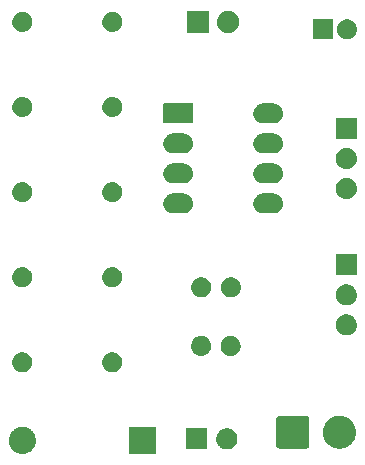
<source format=gbs>
G04 #@! TF.GenerationSoftware,KiCad,Pcbnew,7.0.11-rc3*
G04 #@! TF.CreationDate,2024-12-20T13:56:10-07:00*
G04 #@! TF.ProjectId,UselessBox V2,5573656c-6573-4734-926f-782056322e6b,2*
G04 #@! TF.SameCoordinates,Original*
G04 #@! TF.FileFunction,Soldermask,Bot*
G04 #@! TF.FilePolarity,Negative*
%FSLAX46Y46*%
G04 Gerber Fmt 4.6, Leading zero omitted, Abs format (unit mm)*
G04 Created by KiCad (PCBNEW 7.0.11-rc3) date 2024-12-20 13:56:10*
%MOMM*%
%LPD*%
G01*
G04 APERTURE LIST*
G04 APERTURE END LIST*
G36*
X144883517Y-117724882D02*
G01*
X144900062Y-117735938D01*
X144911118Y-117752483D01*
X144915000Y-117772000D01*
X144915000Y-119972000D01*
X144911118Y-119991517D01*
X144900062Y-120008062D01*
X144883517Y-120019118D01*
X144864000Y-120023000D01*
X142664000Y-120023000D01*
X142644483Y-120019118D01*
X142627938Y-120008062D01*
X142616882Y-119991517D01*
X142613000Y-119972000D01*
X142613000Y-117772000D01*
X142616882Y-117752483D01*
X142627938Y-117735938D01*
X142644483Y-117724882D01*
X142664000Y-117721000D01*
X144864000Y-117721000D01*
X144883517Y-117724882D01*
G37*
G36*
X133654672Y-117725910D02*
G01*
X133710201Y-117725910D01*
X133759050Y-117735041D01*
X133803783Y-117738955D01*
X133858691Y-117753667D01*
X133918986Y-117764939D01*
X133959882Y-117780782D01*
X133997500Y-117790862D01*
X134054449Y-117817417D01*
X134117045Y-117841667D01*
X134149350Y-117861669D01*
X134179263Y-117875618D01*
X134235688Y-117915127D01*
X134297632Y-117953482D01*
X134321378Y-117975130D01*
X134343539Y-117990647D01*
X134396543Y-118043651D01*
X134454599Y-118096576D01*
X134470424Y-118117532D01*
X134485352Y-118132460D01*
X134531922Y-118198969D01*
X134582600Y-118266077D01*
X134591677Y-118284307D01*
X134600381Y-118296737D01*
X134637430Y-118376191D01*
X134677276Y-118456211D01*
X134681239Y-118470139D01*
X134685137Y-118478499D01*
X134709709Y-118570204D01*
X134735402Y-118660504D01*
X134736192Y-118669039D01*
X134737044Y-118672216D01*
X134746447Y-118779707D01*
X134755000Y-118872000D01*
X134746447Y-118964299D01*
X134737044Y-119071783D01*
X134736193Y-119074958D01*
X134735402Y-119083496D01*
X134709705Y-119173811D01*
X134685137Y-119265500D01*
X134681239Y-119273857D01*
X134677276Y-119287789D01*
X134637427Y-119367815D01*
X134600381Y-119447263D01*
X134591678Y-119459691D01*
X134582600Y-119477923D01*
X134531917Y-119545037D01*
X134485352Y-119611539D01*
X134470427Y-119626463D01*
X134454599Y-119647424D01*
X134396532Y-119700358D01*
X134343539Y-119753352D01*
X134321383Y-119768865D01*
X134297632Y-119790518D01*
X134235675Y-119828879D01*
X134179263Y-119868381D01*
X134149357Y-119882325D01*
X134117045Y-119902333D01*
X134054436Y-119926587D01*
X133997500Y-119953137D01*
X133959890Y-119963214D01*
X133918986Y-119979061D01*
X133858679Y-119990334D01*
X133803783Y-120005044D01*
X133759060Y-120008956D01*
X133710201Y-120018090D01*
X133654660Y-120018090D01*
X133604000Y-120022522D01*
X133553340Y-120018090D01*
X133497799Y-120018090D01*
X133448940Y-120008956D01*
X133404216Y-120005044D01*
X133349317Y-119990333D01*
X133289014Y-119979061D01*
X133248111Y-119963215D01*
X133210499Y-119953137D01*
X133153557Y-119926585D01*
X133090955Y-119902333D01*
X133058645Y-119882327D01*
X133028736Y-119868381D01*
X132972315Y-119828874D01*
X132910368Y-119790518D01*
X132886619Y-119768868D01*
X132864460Y-119753352D01*
X132811456Y-119700348D01*
X132753401Y-119647424D01*
X132737575Y-119626467D01*
X132722647Y-119611539D01*
X132676069Y-119545019D01*
X132625400Y-119477923D01*
X132616324Y-119459696D01*
X132607618Y-119447263D01*
X132570556Y-119367783D01*
X132530724Y-119287789D01*
X132526761Y-119273863D01*
X132522862Y-119265500D01*
X132498277Y-119173751D01*
X132472598Y-119083496D01*
X132471807Y-119074964D01*
X132470955Y-119071783D01*
X132461534Y-118964106D01*
X132453000Y-118872000D01*
X132461534Y-118779900D01*
X132470955Y-118672216D01*
X132471807Y-118669034D01*
X132472598Y-118660504D01*
X132498273Y-118570264D01*
X132522862Y-118478499D01*
X132526762Y-118470134D01*
X132530724Y-118456211D01*
X132570553Y-118376222D01*
X132607618Y-118296737D01*
X132616324Y-118284302D01*
X132625400Y-118266077D01*
X132676063Y-118198987D01*
X132722647Y-118132460D01*
X132737578Y-118117528D01*
X132753401Y-118096576D01*
X132811444Y-118043662D01*
X132864460Y-117990647D01*
X132886624Y-117975127D01*
X132910368Y-117953482D01*
X132972308Y-117915129D01*
X133028737Y-117875618D01*
X133058649Y-117861669D01*
X133090955Y-117841667D01*
X133153546Y-117817419D01*
X133210499Y-117790862D01*
X133248119Y-117780781D01*
X133289014Y-117764939D01*
X133349304Y-117753668D01*
X133404216Y-117738955D01*
X133448950Y-117735041D01*
X133497799Y-117725910D01*
X133553328Y-117725910D01*
X133604000Y-117721477D01*
X133654672Y-117725910D01*
G37*
G36*
X149251517Y-117847882D02*
G01*
X149268062Y-117858938D01*
X149279118Y-117875483D01*
X149283000Y-117895000D01*
X149283000Y-119595000D01*
X149279118Y-119614517D01*
X149268062Y-119631062D01*
X149251517Y-119642118D01*
X149232000Y-119646000D01*
X147532000Y-119646000D01*
X147512483Y-119642118D01*
X147495938Y-119631062D01*
X147484882Y-119614517D01*
X147481000Y-119595000D01*
X147481000Y-117895000D01*
X147484882Y-117875483D01*
X147495938Y-117858938D01*
X147512483Y-117847882D01*
X147532000Y-117844000D01*
X149232000Y-117844000D01*
X149251517Y-117847882D01*
G37*
G36*
X150965983Y-117848936D02*
G01*
X151016180Y-117848936D01*
X151059524Y-117858149D01*
X151097659Y-117861905D01*
X151145566Y-117876437D01*
X151200424Y-117888098D01*
X151235530Y-117903728D01*
X151266566Y-117913143D01*
X151315884Y-117939504D01*
X151372500Y-117964711D01*
X151398822Y-117983835D01*
X151422232Y-117996348D01*
X151469988Y-118035540D01*
X151524887Y-118075427D01*
X151542711Y-118095223D01*
X151558675Y-118108324D01*
X151601572Y-118160594D01*
X151650924Y-118215405D01*
X151661292Y-118233363D01*
X151670651Y-118244767D01*
X151705273Y-118309542D01*
X151745104Y-118378530D01*
X151749685Y-118392630D01*
X151753856Y-118400433D01*
X151776852Y-118476242D01*
X151803311Y-118557672D01*
X151804242Y-118566532D01*
X151805094Y-118569340D01*
X151813384Y-118653513D01*
X151823000Y-118745000D01*
X151813383Y-118836494D01*
X151805094Y-118920659D01*
X151804242Y-118923466D01*
X151803311Y-118932328D01*
X151776848Y-119013771D01*
X151753856Y-119089566D01*
X151749686Y-119097366D01*
X151745104Y-119111470D01*
X151705266Y-119180470D01*
X151670651Y-119245232D01*
X151661294Y-119256633D01*
X151650924Y-119274595D01*
X151601563Y-119329415D01*
X151558675Y-119381675D01*
X151542714Y-119394773D01*
X151524887Y-119414573D01*
X151469977Y-119454467D01*
X151422232Y-119493651D01*
X151398827Y-119506161D01*
X151372500Y-119525289D01*
X151315873Y-119550500D01*
X151266566Y-119576856D01*
X151235537Y-119586268D01*
X151200424Y-119601902D01*
X151145555Y-119613564D01*
X151097659Y-119628094D01*
X151059532Y-119631849D01*
X151016180Y-119641064D01*
X150965973Y-119641064D01*
X150922000Y-119645395D01*
X150878027Y-119641064D01*
X150827820Y-119641064D01*
X150784467Y-119631849D01*
X150746340Y-119628094D01*
X150698441Y-119613563D01*
X150643576Y-119601902D01*
X150608464Y-119586269D01*
X150577433Y-119576856D01*
X150528120Y-119550498D01*
X150471500Y-119525289D01*
X150445175Y-119506163D01*
X150421767Y-119493651D01*
X150374013Y-119454460D01*
X150319113Y-119414573D01*
X150301287Y-119394776D01*
X150285324Y-119381675D01*
X150242425Y-119329402D01*
X150193076Y-119274595D01*
X150182708Y-119256637D01*
X150173348Y-119245232D01*
X150138719Y-119180447D01*
X150098896Y-119111470D01*
X150094315Y-119097371D01*
X150090143Y-119089566D01*
X150067136Y-119013725D01*
X150040689Y-118932328D01*
X150039758Y-118923471D01*
X150038905Y-118920659D01*
X150030600Y-118836342D01*
X150021000Y-118745000D01*
X150030599Y-118653664D01*
X150038905Y-118569340D01*
X150039758Y-118566527D01*
X150040689Y-118557672D01*
X150067132Y-118476288D01*
X150090143Y-118400433D01*
X150094315Y-118392626D01*
X150098896Y-118378530D01*
X150138712Y-118309565D01*
X150173348Y-118244767D01*
X150182710Y-118233359D01*
X150193076Y-118215405D01*
X150242416Y-118160607D01*
X150285324Y-118108324D01*
X150301291Y-118095219D01*
X150319113Y-118075427D01*
X150374002Y-118035546D01*
X150421767Y-117996348D01*
X150445180Y-117983833D01*
X150471500Y-117964711D01*
X150528109Y-117939506D01*
X150577433Y-117913143D01*
X150608471Y-117903727D01*
X150643576Y-117888098D01*
X150698430Y-117876438D01*
X150746340Y-117861905D01*
X150784476Y-117858148D01*
X150827820Y-117848936D01*
X150878016Y-117848936D01*
X150922000Y-117844604D01*
X150965983Y-117848936D01*
G37*
G36*
X160501054Y-116772500D02*
G01*
X160562090Y-116772500D01*
X160616578Y-116781592D01*
X160665846Y-116785470D01*
X160725175Y-116799713D01*
X160791104Y-116810715D01*
X160837861Y-116826766D01*
X160880269Y-116836948D01*
X160942000Y-116862517D01*
X161010704Y-116886104D01*
X161049077Y-116906870D01*
X161084007Y-116921339D01*
X161145920Y-116959279D01*
X161214901Y-116996610D01*
X161244749Y-117019842D01*
X161272034Y-117036562D01*
X161331657Y-117087484D01*
X161398124Y-117139218D01*
X161419805Y-117162770D01*
X161439720Y-117179779D01*
X161494411Y-117243814D01*
X161555375Y-117310039D01*
X161569704Y-117331971D01*
X161582937Y-117347465D01*
X161629955Y-117424191D01*
X161682366Y-117504412D01*
X161690556Y-117523083D01*
X161698160Y-117535492D01*
X161734804Y-117623959D01*
X161775632Y-117717037D01*
X161779208Y-117731160D01*
X161782551Y-117739230D01*
X161806252Y-117837953D01*
X161832629Y-117942113D01*
X161833351Y-117950830D01*
X161834029Y-117953653D01*
X161842432Y-118060422D01*
X161851802Y-118173500D01*
X161842431Y-118286587D01*
X161834029Y-118393346D01*
X161833351Y-118396168D01*
X161832629Y-118404887D01*
X161806247Y-118509064D01*
X161782551Y-118607769D01*
X161779209Y-118615836D01*
X161775632Y-118629963D01*
X161734797Y-118723057D01*
X161698160Y-118811507D01*
X161690557Y-118823912D01*
X161682366Y-118842588D01*
X161629945Y-118922823D01*
X161582937Y-118999534D01*
X161569706Y-119015024D01*
X161555375Y-119036961D01*
X161494399Y-119103198D01*
X161439720Y-119167220D01*
X161419809Y-119184225D01*
X161398124Y-119207782D01*
X161331643Y-119259525D01*
X161272034Y-119310437D01*
X161244755Y-119327153D01*
X161214901Y-119350390D01*
X161145906Y-119387728D01*
X161084007Y-119425660D01*
X161049085Y-119440124D01*
X161010704Y-119460896D01*
X160941986Y-119484486D01*
X160880269Y-119510051D01*
X160837871Y-119520229D01*
X160791104Y-119536285D01*
X160725162Y-119547288D01*
X160665846Y-119561529D01*
X160616590Y-119565405D01*
X160562090Y-119574500D01*
X160501041Y-119574500D01*
X160446000Y-119578832D01*
X160390959Y-119574500D01*
X160329910Y-119574500D01*
X160275410Y-119565405D01*
X160226153Y-119561529D01*
X160166834Y-119547287D01*
X160100896Y-119536285D01*
X160054130Y-119520230D01*
X160011730Y-119510051D01*
X159950008Y-119484484D01*
X159881296Y-119460896D01*
X159842917Y-119440126D01*
X159807992Y-119425660D01*
X159746085Y-119387723D01*
X159677099Y-119350390D01*
X159647247Y-119327155D01*
X159619965Y-119310437D01*
X159560344Y-119259516D01*
X159493876Y-119207782D01*
X159472194Y-119184229D01*
X159452279Y-119167220D01*
X159397586Y-119103183D01*
X159336625Y-119036961D01*
X159322296Y-119015029D01*
X159309062Y-118999534D01*
X159262038Y-118922798D01*
X159209634Y-118842588D01*
X159201444Y-118823918D01*
X159193839Y-118811507D01*
X159157184Y-118723016D01*
X159116368Y-118629963D01*
X159112792Y-118615842D01*
X159109448Y-118607769D01*
X159085733Y-118508988D01*
X159059371Y-118404887D01*
X159058649Y-118396174D01*
X159057970Y-118393346D01*
X159049548Y-118286346D01*
X159040198Y-118173500D01*
X159049547Y-118060663D01*
X159057970Y-117953653D01*
X159058649Y-117950823D01*
X159059371Y-117942113D01*
X159085728Y-117838029D01*
X159109448Y-117739230D01*
X159112792Y-117731154D01*
X159116368Y-117717037D01*
X159157177Y-117624000D01*
X159193839Y-117535492D01*
X159201446Y-117523077D01*
X159209634Y-117504412D01*
X159262028Y-117424216D01*
X159309062Y-117347465D01*
X159322299Y-117331966D01*
X159336625Y-117310039D01*
X159397575Y-117243829D01*
X159452279Y-117179779D01*
X159472198Y-117162766D01*
X159493876Y-117139218D01*
X159560331Y-117087493D01*
X159619965Y-117036562D01*
X159647253Y-117019839D01*
X159677099Y-116996610D01*
X159746071Y-116959284D01*
X159807992Y-116921339D01*
X159842925Y-116906869D01*
X159881296Y-116886104D01*
X159949993Y-116862519D01*
X160011730Y-116836948D01*
X160054140Y-116826766D01*
X160100896Y-116810715D01*
X160166820Y-116799714D01*
X160226153Y-116785470D01*
X160275421Y-116781592D01*
X160329910Y-116772500D01*
X160390946Y-116772500D01*
X160446000Y-116768167D01*
X160501054Y-116772500D01*
G37*
G36*
X157656107Y-116775420D02*
G01*
X157671757Y-116782330D01*
X157680172Y-116783663D01*
X157715217Y-116801519D01*
X157759052Y-116820874D01*
X157838626Y-116900448D01*
X157857983Y-116944290D01*
X157875836Y-116979327D01*
X157877168Y-116987739D01*
X157884080Y-117003393D01*
X157886999Y-117028562D01*
X157886999Y-117049805D01*
X157887000Y-117049812D01*
X157887000Y-118215405D01*
X157887000Y-119318439D01*
X157884080Y-119343607D01*
X157877168Y-119359260D01*
X157875836Y-119367672D01*
X157857987Y-119402702D01*
X157838626Y-119446552D01*
X157759052Y-119526126D01*
X157715202Y-119545487D01*
X157680172Y-119563336D01*
X157671760Y-119564668D01*
X157656107Y-119571580D01*
X157630938Y-119574499D01*
X157609694Y-119574499D01*
X157609688Y-119574500D01*
X155362312Y-119574500D01*
X155362311Y-119574499D01*
X155341061Y-119574500D01*
X155315893Y-119571580D01*
X155300239Y-119564668D01*
X155291827Y-119563336D01*
X155256790Y-119545483D01*
X155212948Y-119526126D01*
X155133374Y-119446552D01*
X155114019Y-119402717D01*
X155096163Y-119367672D01*
X155094830Y-119359257D01*
X155087920Y-119343607D01*
X155085001Y-119318438D01*
X155085000Y-119297193D01*
X155085000Y-119297187D01*
X155085000Y-117049812D01*
X155085000Y-117049811D01*
X155085000Y-117028561D01*
X155087920Y-117003393D01*
X155094830Y-116987742D01*
X155096163Y-116979327D01*
X155114022Y-116944275D01*
X155133374Y-116900448D01*
X155212948Y-116820874D01*
X155256775Y-116801522D01*
X155291827Y-116783663D01*
X155300242Y-116782330D01*
X155315893Y-116775420D01*
X155341062Y-116772501D01*
X155362305Y-116772500D01*
X155362312Y-116772500D01*
X157609688Y-116772500D01*
X157630939Y-116772500D01*
X157656107Y-116775420D01*
G37*
G36*
X133645199Y-111421662D02*
G01*
X133692954Y-111421662D01*
X133734194Y-111430427D01*
X133769901Y-111433945D01*
X133814759Y-111447552D01*
X133866973Y-111458651D01*
X133900384Y-111473526D01*
X133929435Y-111482339D01*
X133975602Y-111507015D01*
X134029500Y-111531012D01*
X134054554Y-111549215D01*
X134076453Y-111560920D01*
X134121128Y-111597584D01*
X134173430Y-111635584D01*
X134190411Y-111654443D01*
X134205320Y-111666679D01*
X134245387Y-111715501D01*
X134292473Y-111767795D01*
X134302364Y-111784927D01*
X134311079Y-111795546D01*
X134343306Y-111855840D01*
X134381427Y-111921867D01*
X134385813Y-111935368D01*
X134389660Y-111942564D01*
X134410861Y-112012455D01*
X134436404Y-112091067D01*
X134437303Y-112099623D01*
X134438054Y-112102098D01*
X134445371Y-112176389D01*
X134455000Y-112268000D01*
X134445370Y-112359619D01*
X134438054Y-112433901D01*
X134437303Y-112436375D01*
X134436404Y-112444933D01*
X134410856Y-112523558D01*
X134389660Y-112593435D01*
X134385814Y-112600629D01*
X134381427Y-112614133D01*
X134343299Y-112680172D01*
X134311079Y-112740453D01*
X134302366Y-112751069D01*
X134292473Y-112768205D01*
X134245378Y-112820509D01*
X134205320Y-112869320D01*
X134190414Y-112881552D01*
X134173430Y-112900416D01*
X134121118Y-112938423D01*
X134076453Y-112975079D01*
X134054559Y-112986780D01*
X134029500Y-113004988D01*
X133975591Y-113028989D01*
X133929435Y-113053660D01*
X133900391Y-113062470D01*
X133866973Y-113077349D01*
X133814748Y-113088449D01*
X133769901Y-113102054D01*
X133734203Y-113105570D01*
X133692954Y-113114338D01*
X133645188Y-113114338D01*
X133604000Y-113118395D01*
X133562811Y-113114338D01*
X133515046Y-113114338D01*
X133473797Y-113105570D01*
X133438098Y-113102054D01*
X133393248Y-113088448D01*
X133341027Y-113077349D01*
X133307610Y-113062471D01*
X133278564Y-113053660D01*
X133232402Y-113028986D01*
X133178500Y-113004988D01*
X133153443Y-112986783D01*
X133131546Y-112975079D01*
X133086873Y-112938416D01*
X133034570Y-112900416D01*
X133017588Y-112881555D01*
X133002679Y-112869320D01*
X132962610Y-112820496D01*
X132915527Y-112768205D01*
X132905636Y-112751073D01*
X132896920Y-112740453D01*
X132864687Y-112680148D01*
X132826573Y-112614133D01*
X132822186Y-112600634D01*
X132818339Y-112593435D01*
X132797128Y-112523512D01*
X132771596Y-112444933D01*
X132770697Y-112436380D01*
X132769945Y-112433901D01*
X132762613Y-112359467D01*
X132753000Y-112268000D01*
X132762612Y-112176540D01*
X132769945Y-112102098D01*
X132770697Y-112099618D01*
X132771596Y-112091067D01*
X132797123Y-112012502D01*
X132818339Y-111942564D01*
X132822187Y-111935363D01*
X132826573Y-111921867D01*
X132864680Y-111855863D01*
X132896920Y-111795546D01*
X132905638Y-111784923D01*
X132915527Y-111767795D01*
X132962601Y-111715513D01*
X133002679Y-111666679D01*
X133017591Y-111654440D01*
X133034570Y-111635584D01*
X133086862Y-111597591D01*
X133131546Y-111560920D01*
X133153448Y-111549213D01*
X133178500Y-111531012D01*
X133232391Y-111507018D01*
X133278564Y-111482339D01*
X133307617Y-111473525D01*
X133341027Y-111458651D01*
X133393237Y-111447553D01*
X133438098Y-111433945D01*
X133473806Y-111430427D01*
X133515046Y-111421662D01*
X133562801Y-111421662D01*
X133604000Y-111417604D01*
X133645199Y-111421662D01*
G37*
G36*
X141265199Y-111421662D02*
G01*
X141312954Y-111421662D01*
X141354194Y-111430427D01*
X141389901Y-111433945D01*
X141434759Y-111447552D01*
X141486973Y-111458651D01*
X141520384Y-111473526D01*
X141549435Y-111482339D01*
X141595602Y-111507015D01*
X141649500Y-111531012D01*
X141674554Y-111549215D01*
X141696453Y-111560920D01*
X141741128Y-111597584D01*
X141793430Y-111635584D01*
X141810411Y-111654443D01*
X141825320Y-111666679D01*
X141865387Y-111715501D01*
X141912473Y-111767795D01*
X141922364Y-111784927D01*
X141931079Y-111795546D01*
X141963306Y-111855840D01*
X142001427Y-111921867D01*
X142005813Y-111935368D01*
X142009660Y-111942564D01*
X142030861Y-112012455D01*
X142056404Y-112091067D01*
X142057303Y-112099623D01*
X142058054Y-112102098D01*
X142065371Y-112176389D01*
X142075000Y-112268000D01*
X142065370Y-112359619D01*
X142058054Y-112433901D01*
X142057303Y-112436375D01*
X142056404Y-112444933D01*
X142030856Y-112523558D01*
X142009660Y-112593435D01*
X142005814Y-112600629D01*
X142001427Y-112614133D01*
X141963299Y-112680172D01*
X141931079Y-112740453D01*
X141922366Y-112751069D01*
X141912473Y-112768205D01*
X141865378Y-112820509D01*
X141825320Y-112869320D01*
X141810414Y-112881552D01*
X141793430Y-112900416D01*
X141741118Y-112938423D01*
X141696453Y-112975079D01*
X141674559Y-112986780D01*
X141649500Y-113004988D01*
X141595591Y-113028989D01*
X141549435Y-113053660D01*
X141520391Y-113062470D01*
X141486973Y-113077349D01*
X141434748Y-113088449D01*
X141389901Y-113102054D01*
X141354203Y-113105570D01*
X141312954Y-113114338D01*
X141265188Y-113114338D01*
X141224000Y-113118395D01*
X141182811Y-113114338D01*
X141135046Y-113114338D01*
X141093797Y-113105570D01*
X141058098Y-113102054D01*
X141013248Y-113088448D01*
X140961027Y-113077349D01*
X140927610Y-113062471D01*
X140898564Y-113053660D01*
X140852402Y-113028986D01*
X140798500Y-113004988D01*
X140773443Y-112986783D01*
X140751546Y-112975079D01*
X140706873Y-112938416D01*
X140654570Y-112900416D01*
X140637588Y-112881555D01*
X140622679Y-112869320D01*
X140582610Y-112820496D01*
X140535527Y-112768205D01*
X140525636Y-112751073D01*
X140516920Y-112740453D01*
X140484687Y-112680148D01*
X140446573Y-112614133D01*
X140442186Y-112600634D01*
X140438339Y-112593435D01*
X140417128Y-112523512D01*
X140391596Y-112444933D01*
X140390697Y-112436380D01*
X140389945Y-112433901D01*
X140382613Y-112359467D01*
X140373000Y-112268000D01*
X140382612Y-112176540D01*
X140389945Y-112102098D01*
X140390697Y-112099618D01*
X140391596Y-112091067D01*
X140417123Y-112012502D01*
X140438339Y-111942564D01*
X140442187Y-111935363D01*
X140446573Y-111921867D01*
X140484680Y-111855863D01*
X140516920Y-111795546D01*
X140525638Y-111784923D01*
X140535527Y-111767795D01*
X140582601Y-111715513D01*
X140622679Y-111666679D01*
X140637591Y-111654440D01*
X140654570Y-111635584D01*
X140706862Y-111597591D01*
X140751546Y-111560920D01*
X140773448Y-111549213D01*
X140798500Y-111531012D01*
X140852391Y-111507018D01*
X140898564Y-111482339D01*
X140927617Y-111473525D01*
X140961027Y-111458651D01*
X141013237Y-111447553D01*
X141058098Y-111433945D01*
X141093806Y-111430427D01*
X141135046Y-111421662D01*
X141182801Y-111421662D01*
X141224000Y-111417604D01*
X141265199Y-111421662D01*
G37*
G36*
X148778199Y-110024662D02*
G01*
X148825954Y-110024662D01*
X148867194Y-110033427D01*
X148902901Y-110036945D01*
X148947759Y-110050552D01*
X148999973Y-110061651D01*
X149033384Y-110076526D01*
X149062435Y-110085339D01*
X149108602Y-110110015D01*
X149162500Y-110134012D01*
X149187554Y-110152215D01*
X149209453Y-110163920D01*
X149254128Y-110200584D01*
X149306430Y-110238584D01*
X149323411Y-110257443D01*
X149338320Y-110269679D01*
X149378387Y-110318501D01*
X149425473Y-110370795D01*
X149435364Y-110387927D01*
X149444079Y-110398546D01*
X149476306Y-110458840D01*
X149514427Y-110524867D01*
X149518813Y-110538368D01*
X149522660Y-110545564D01*
X149543861Y-110615455D01*
X149569404Y-110694067D01*
X149570303Y-110702623D01*
X149571054Y-110705098D01*
X149578371Y-110779389D01*
X149588000Y-110871000D01*
X149578370Y-110962619D01*
X149571054Y-111036901D01*
X149570303Y-111039375D01*
X149569404Y-111047933D01*
X149543856Y-111126558D01*
X149522660Y-111196435D01*
X149518814Y-111203629D01*
X149514427Y-111217133D01*
X149476299Y-111283172D01*
X149444079Y-111343453D01*
X149435366Y-111354069D01*
X149425473Y-111371205D01*
X149378378Y-111423509D01*
X149338320Y-111472320D01*
X149323414Y-111484552D01*
X149306430Y-111503416D01*
X149254118Y-111541423D01*
X149209453Y-111578079D01*
X149187559Y-111589780D01*
X149162500Y-111607988D01*
X149108591Y-111631989D01*
X149062435Y-111656660D01*
X149033391Y-111665470D01*
X148999973Y-111680349D01*
X148947748Y-111691449D01*
X148902901Y-111705054D01*
X148867203Y-111708570D01*
X148825954Y-111717338D01*
X148778188Y-111717338D01*
X148737000Y-111721395D01*
X148695811Y-111717338D01*
X148648046Y-111717338D01*
X148606797Y-111708570D01*
X148571098Y-111705054D01*
X148526248Y-111691448D01*
X148474027Y-111680349D01*
X148440610Y-111665471D01*
X148411564Y-111656660D01*
X148365402Y-111631986D01*
X148311500Y-111607988D01*
X148286443Y-111589783D01*
X148264546Y-111578079D01*
X148219873Y-111541416D01*
X148167570Y-111503416D01*
X148150588Y-111484555D01*
X148135679Y-111472320D01*
X148095610Y-111423496D01*
X148048527Y-111371205D01*
X148038636Y-111354073D01*
X148029920Y-111343453D01*
X147997687Y-111283148D01*
X147959573Y-111217133D01*
X147955186Y-111203634D01*
X147951339Y-111196435D01*
X147930128Y-111126512D01*
X147904596Y-111047933D01*
X147903697Y-111039380D01*
X147902945Y-111036901D01*
X147895613Y-110962467D01*
X147886000Y-110871000D01*
X147895612Y-110779540D01*
X147902945Y-110705098D01*
X147903697Y-110702618D01*
X147904596Y-110694067D01*
X147930123Y-110615502D01*
X147951339Y-110545564D01*
X147955187Y-110538363D01*
X147959573Y-110524867D01*
X147997680Y-110458863D01*
X148029920Y-110398546D01*
X148038638Y-110387923D01*
X148048527Y-110370795D01*
X148095601Y-110318513D01*
X148135679Y-110269679D01*
X148150591Y-110257440D01*
X148167570Y-110238584D01*
X148219862Y-110200591D01*
X148264546Y-110163920D01*
X148286448Y-110152213D01*
X148311500Y-110134012D01*
X148365391Y-110110018D01*
X148411564Y-110085339D01*
X148440617Y-110076525D01*
X148474027Y-110061651D01*
X148526237Y-110050553D01*
X148571098Y-110036945D01*
X148606806Y-110033427D01*
X148648046Y-110024662D01*
X148695801Y-110024662D01*
X148737000Y-110020604D01*
X148778199Y-110024662D01*
G37*
G36*
X151278199Y-110024662D02*
G01*
X151325954Y-110024662D01*
X151367194Y-110033427D01*
X151402901Y-110036945D01*
X151447759Y-110050552D01*
X151499973Y-110061651D01*
X151533384Y-110076526D01*
X151562435Y-110085339D01*
X151608602Y-110110015D01*
X151662500Y-110134012D01*
X151687554Y-110152215D01*
X151709453Y-110163920D01*
X151754128Y-110200584D01*
X151806430Y-110238584D01*
X151823411Y-110257443D01*
X151838320Y-110269679D01*
X151878387Y-110318501D01*
X151925473Y-110370795D01*
X151935364Y-110387927D01*
X151944079Y-110398546D01*
X151976306Y-110458840D01*
X152014427Y-110524867D01*
X152018813Y-110538368D01*
X152022660Y-110545564D01*
X152043861Y-110615455D01*
X152069404Y-110694067D01*
X152070303Y-110702623D01*
X152071054Y-110705098D01*
X152078371Y-110779389D01*
X152088000Y-110871000D01*
X152078370Y-110962619D01*
X152071054Y-111036901D01*
X152070303Y-111039375D01*
X152069404Y-111047933D01*
X152043856Y-111126558D01*
X152022660Y-111196435D01*
X152018814Y-111203629D01*
X152014427Y-111217133D01*
X151976299Y-111283172D01*
X151944079Y-111343453D01*
X151935366Y-111354069D01*
X151925473Y-111371205D01*
X151878378Y-111423509D01*
X151838320Y-111472320D01*
X151823414Y-111484552D01*
X151806430Y-111503416D01*
X151754118Y-111541423D01*
X151709453Y-111578079D01*
X151687559Y-111589780D01*
X151662500Y-111607988D01*
X151608591Y-111631989D01*
X151562435Y-111656660D01*
X151533391Y-111665470D01*
X151499973Y-111680349D01*
X151447748Y-111691449D01*
X151402901Y-111705054D01*
X151367203Y-111708570D01*
X151325954Y-111717338D01*
X151278188Y-111717338D01*
X151237000Y-111721395D01*
X151195811Y-111717338D01*
X151148046Y-111717338D01*
X151106797Y-111708570D01*
X151071098Y-111705054D01*
X151026248Y-111691448D01*
X150974027Y-111680349D01*
X150940610Y-111665471D01*
X150911564Y-111656660D01*
X150865402Y-111631986D01*
X150811500Y-111607988D01*
X150786443Y-111589783D01*
X150764546Y-111578079D01*
X150719873Y-111541416D01*
X150667570Y-111503416D01*
X150650588Y-111484555D01*
X150635679Y-111472320D01*
X150595610Y-111423496D01*
X150548527Y-111371205D01*
X150538636Y-111354073D01*
X150529920Y-111343453D01*
X150497687Y-111283148D01*
X150459573Y-111217133D01*
X150455186Y-111203634D01*
X150451339Y-111196435D01*
X150430128Y-111126512D01*
X150404596Y-111047933D01*
X150403697Y-111039380D01*
X150402945Y-111036901D01*
X150395613Y-110962467D01*
X150386000Y-110871000D01*
X150395612Y-110779540D01*
X150402945Y-110705098D01*
X150403697Y-110702618D01*
X150404596Y-110694067D01*
X150430123Y-110615502D01*
X150451339Y-110545564D01*
X150455187Y-110538363D01*
X150459573Y-110524867D01*
X150497680Y-110458863D01*
X150529920Y-110398546D01*
X150538638Y-110387923D01*
X150548527Y-110370795D01*
X150595601Y-110318513D01*
X150635679Y-110269679D01*
X150650591Y-110257440D01*
X150667570Y-110238584D01*
X150719862Y-110200591D01*
X150764546Y-110163920D01*
X150786448Y-110152213D01*
X150811500Y-110134012D01*
X150865391Y-110110018D01*
X150911564Y-110085339D01*
X150940617Y-110076525D01*
X150974027Y-110061651D01*
X151026237Y-110050553D01*
X151071098Y-110036945D01*
X151106806Y-110033427D01*
X151148046Y-110024662D01*
X151195801Y-110024662D01*
X151237000Y-110020604D01*
X151278199Y-110024662D01*
G37*
G36*
X161079983Y-108196936D02*
G01*
X161130180Y-108196936D01*
X161173524Y-108206149D01*
X161211659Y-108209905D01*
X161259566Y-108224437D01*
X161314424Y-108236098D01*
X161349530Y-108251728D01*
X161380566Y-108261143D01*
X161429884Y-108287504D01*
X161486500Y-108312711D01*
X161512822Y-108331835D01*
X161536232Y-108344348D01*
X161583988Y-108383540D01*
X161638887Y-108423427D01*
X161656711Y-108443223D01*
X161672675Y-108456324D01*
X161715572Y-108508594D01*
X161764924Y-108563405D01*
X161775292Y-108581363D01*
X161784651Y-108592767D01*
X161819273Y-108657542D01*
X161859104Y-108726530D01*
X161863685Y-108740630D01*
X161867856Y-108748433D01*
X161890852Y-108824242D01*
X161917311Y-108905672D01*
X161918242Y-108914532D01*
X161919094Y-108917340D01*
X161927384Y-109001513D01*
X161937000Y-109093000D01*
X161927383Y-109184494D01*
X161919094Y-109268659D01*
X161918242Y-109271466D01*
X161917311Y-109280328D01*
X161890848Y-109361771D01*
X161867856Y-109437566D01*
X161863686Y-109445366D01*
X161859104Y-109459470D01*
X161819266Y-109528470D01*
X161784651Y-109593232D01*
X161775294Y-109604633D01*
X161764924Y-109622595D01*
X161715563Y-109677415D01*
X161672675Y-109729675D01*
X161656714Y-109742773D01*
X161638887Y-109762573D01*
X161583977Y-109802467D01*
X161536232Y-109841651D01*
X161512827Y-109854161D01*
X161486500Y-109873289D01*
X161429873Y-109898500D01*
X161380566Y-109924856D01*
X161349537Y-109934268D01*
X161314424Y-109949902D01*
X161259555Y-109961564D01*
X161211659Y-109976094D01*
X161173532Y-109979849D01*
X161130180Y-109989064D01*
X161079973Y-109989064D01*
X161036000Y-109993395D01*
X160992027Y-109989064D01*
X160941820Y-109989064D01*
X160898467Y-109979849D01*
X160860340Y-109976094D01*
X160812441Y-109961563D01*
X160757576Y-109949902D01*
X160722464Y-109934269D01*
X160691433Y-109924856D01*
X160642120Y-109898498D01*
X160585500Y-109873289D01*
X160559175Y-109854163D01*
X160535767Y-109841651D01*
X160488013Y-109802460D01*
X160433113Y-109762573D01*
X160415287Y-109742776D01*
X160399324Y-109729675D01*
X160356425Y-109677402D01*
X160307076Y-109622595D01*
X160296708Y-109604637D01*
X160287348Y-109593232D01*
X160252719Y-109528447D01*
X160212896Y-109459470D01*
X160208315Y-109445371D01*
X160204143Y-109437566D01*
X160181136Y-109361725D01*
X160154689Y-109280328D01*
X160153758Y-109271471D01*
X160152905Y-109268659D01*
X160144600Y-109184342D01*
X160135000Y-109093000D01*
X160144599Y-109001664D01*
X160152905Y-108917340D01*
X160153758Y-108914527D01*
X160154689Y-108905672D01*
X160181132Y-108824288D01*
X160204143Y-108748433D01*
X160208315Y-108740626D01*
X160212896Y-108726530D01*
X160252712Y-108657565D01*
X160287348Y-108592767D01*
X160296710Y-108581359D01*
X160307076Y-108563405D01*
X160356416Y-108508607D01*
X160399324Y-108456324D01*
X160415291Y-108443219D01*
X160433113Y-108423427D01*
X160488002Y-108383546D01*
X160535767Y-108344348D01*
X160559180Y-108331833D01*
X160585500Y-108312711D01*
X160642109Y-108287506D01*
X160691433Y-108261143D01*
X160722471Y-108251727D01*
X160757576Y-108236098D01*
X160812430Y-108224438D01*
X160860340Y-108209905D01*
X160898476Y-108206148D01*
X160941820Y-108196936D01*
X160992016Y-108196936D01*
X161036000Y-108192604D01*
X161079983Y-108196936D01*
G37*
G36*
X161079983Y-105656936D02*
G01*
X161130180Y-105656936D01*
X161173524Y-105666149D01*
X161211659Y-105669905D01*
X161259566Y-105684437D01*
X161314424Y-105696098D01*
X161349530Y-105711728D01*
X161380566Y-105721143D01*
X161429884Y-105747504D01*
X161486500Y-105772711D01*
X161512822Y-105791835D01*
X161536232Y-105804348D01*
X161583988Y-105843540D01*
X161638887Y-105883427D01*
X161656711Y-105903223D01*
X161672675Y-105916324D01*
X161715572Y-105968594D01*
X161764924Y-106023405D01*
X161775292Y-106041363D01*
X161784651Y-106052767D01*
X161819273Y-106117542D01*
X161859104Y-106186530D01*
X161863685Y-106200630D01*
X161867856Y-106208433D01*
X161890852Y-106284242D01*
X161917311Y-106365672D01*
X161918242Y-106374532D01*
X161919094Y-106377340D01*
X161927384Y-106461513D01*
X161937000Y-106553000D01*
X161927383Y-106644494D01*
X161919094Y-106728659D01*
X161918242Y-106731466D01*
X161917311Y-106740328D01*
X161890848Y-106821771D01*
X161867856Y-106897566D01*
X161863686Y-106905366D01*
X161859104Y-106919470D01*
X161819266Y-106988470D01*
X161784651Y-107053232D01*
X161775294Y-107064633D01*
X161764924Y-107082595D01*
X161715563Y-107137415D01*
X161672675Y-107189675D01*
X161656714Y-107202773D01*
X161638887Y-107222573D01*
X161583977Y-107262467D01*
X161536232Y-107301651D01*
X161512827Y-107314161D01*
X161486500Y-107333289D01*
X161429873Y-107358500D01*
X161380566Y-107384856D01*
X161349537Y-107394268D01*
X161314424Y-107409902D01*
X161259555Y-107421564D01*
X161211659Y-107436094D01*
X161173532Y-107439849D01*
X161130180Y-107449064D01*
X161079973Y-107449064D01*
X161036000Y-107453395D01*
X160992027Y-107449064D01*
X160941820Y-107449064D01*
X160898467Y-107439849D01*
X160860340Y-107436094D01*
X160812441Y-107421563D01*
X160757576Y-107409902D01*
X160722464Y-107394269D01*
X160691433Y-107384856D01*
X160642120Y-107358498D01*
X160585500Y-107333289D01*
X160559175Y-107314163D01*
X160535767Y-107301651D01*
X160488013Y-107262460D01*
X160433113Y-107222573D01*
X160415287Y-107202776D01*
X160399324Y-107189675D01*
X160356425Y-107137402D01*
X160307076Y-107082595D01*
X160296708Y-107064637D01*
X160287348Y-107053232D01*
X160252719Y-106988447D01*
X160212896Y-106919470D01*
X160208315Y-106905371D01*
X160204143Y-106897566D01*
X160181136Y-106821725D01*
X160154689Y-106740328D01*
X160153758Y-106731471D01*
X160152905Y-106728659D01*
X160144600Y-106644342D01*
X160135000Y-106553000D01*
X160144599Y-106461664D01*
X160152905Y-106377340D01*
X160153758Y-106374527D01*
X160154689Y-106365672D01*
X160181132Y-106284288D01*
X160204143Y-106208433D01*
X160208315Y-106200626D01*
X160212896Y-106186530D01*
X160252712Y-106117565D01*
X160287348Y-106052767D01*
X160296710Y-106041359D01*
X160307076Y-106023405D01*
X160356416Y-105968607D01*
X160399324Y-105916324D01*
X160415291Y-105903219D01*
X160433113Y-105883427D01*
X160488002Y-105843546D01*
X160535767Y-105804348D01*
X160559180Y-105791833D01*
X160585500Y-105772711D01*
X160642109Y-105747506D01*
X160691433Y-105721143D01*
X160722471Y-105711727D01*
X160757576Y-105696098D01*
X160812430Y-105684438D01*
X160860340Y-105669905D01*
X160898476Y-105666148D01*
X160941820Y-105656936D01*
X160992016Y-105656936D01*
X161036000Y-105652604D01*
X161079983Y-105656936D01*
G37*
G36*
X148798199Y-105071662D02*
G01*
X148845954Y-105071662D01*
X148887194Y-105080427D01*
X148922901Y-105083945D01*
X148967759Y-105097552D01*
X149019973Y-105108651D01*
X149053384Y-105123526D01*
X149082435Y-105132339D01*
X149128602Y-105157015D01*
X149182500Y-105181012D01*
X149207554Y-105199215D01*
X149229453Y-105210920D01*
X149274128Y-105247584D01*
X149326430Y-105285584D01*
X149343411Y-105304443D01*
X149358320Y-105316679D01*
X149398387Y-105365501D01*
X149445473Y-105417795D01*
X149455364Y-105434927D01*
X149464079Y-105445546D01*
X149496306Y-105505840D01*
X149534427Y-105571867D01*
X149538813Y-105585368D01*
X149542660Y-105592564D01*
X149563861Y-105662455D01*
X149589404Y-105741067D01*
X149590303Y-105749623D01*
X149591054Y-105752098D01*
X149598371Y-105826389D01*
X149608000Y-105918000D01*
X149598370Y-106009619D01*
X149591054Y-106083901D01*
X149590303Y-106086375D01*
X149589404Y-106094933D01*
X149563856Y-106173558D01*
X149542660Y-106243435D01*
X149538814Y-106250629D01*
X149534427Y-106264133D01*
X149496299Y-106330172D01*
X149464079Y-106390453D01*
X149455366Y-106401069D01*
X149445473Y-106418205D01*
X149398378Y-106470509D01*
X149358320Y-106519320D01*
X149343414Y-106531552D01*
X149326430Y-106550416D01*
X149274118Y-106588423D01*
X149229453Y-106625079D01*
X149207559Y-106636780D01*
X149182500Y-106654988D01*
X149128591Y-106678989D01*
X149082435Y-106703660D01*
X149053391Y-106712470D01*
X149019973Y-106727349D01*
X148967748Y-106738449D01*
X148922901Y-106752054D01*
X148887203Y-106755570D01*
X148845954Y-106764338D01*
X148798188Y-106764338D01*
X148757000Y-106768395D01*
X148715811Y-106764338D01*
X148668046Y-106764338D01*
X148626797Y-106755570D01*
X148591098Y-106752054D01*
X148546248Y-106738448D01*
X148494027Y-106727349D01*
X148460610Y-106712471D01*
X148431564Y-106703660D01*
X148385402Y-106678986D01*
X148331500Y-106654988D01*
X148306443Y-106636783D01*
X148284546Y-106625079D01*
X148239873Y-106588416D01*
X148187570Y-106550416D01*
X148170588Y-106531555D01*
X148155679Y-106519320D01*
X148115610Y-106470496D01*
X148068527Y-106418205D01*
X148058636Y-106401073D01*
X148049920Y-106390453D01*
X148017687Y-106330148D01*
X147979573Y-106264133D01*
X147975186Y-106250634D01*
X147971339Y-106243435D01*
X147950128Y-106173512D01*
X147924596Y-106094933D01*
X147923697Y-106086380D01*
X147922945Y-106083901D01*
X147915613Y-106009467D01*
X147906000Y-105918000D01*
X147915612Y-105826540D01*
X147922945Y-105752098D01*
X147923697Y-105749618D01*
X147924596Y-105741067D01*
X147950123Y-105662502D01*
X147971339Y-105592564D01*
X147975187Y-105585363D01*
X147979573Y-105571867D01*
X148017680Y-105505863D01*
X148049920Y-105445546D01*
X148058638Y-105434923D01*
X148068527Y-105417795D01*
X148115601Y-105365513D01*
X148155679Y-105316679D01*
X148170591Y-105304440D01*
X148187570Y-105285584D01*
X148239862Y-105247591D01*
X148284546Y-105210920D01*
X148306448Y-105199213D01*
X148331500Y-105181012D01*
X148385391Y-105157018D01*
X148431564Y-105132339D01*
X148460617Y-105123525D01*
X148494027Y-105108651D01*
X148546237Y-105097553D01*
X148591098Y-105083945D01*
X148626806Y-105080427D01*
X148668046Y-105071662D01*
X148715801Y-105071662D01*
X148757000Y-105067604D01*
X148798199Y-105071662D01*
G37*
G36*
X151298199Y-105071662D02*
G01*
X151345954Y-105071662D01*
X151387194Y-105080427D01*
X151422901Y-105083945D01*
X151467759Y-105097552D01*
X151519973Y-105108651D01*
X151553384Y-105123526D01*
X151582435Y-105132339D01*
X151628602Y-105157015D01*
X151682500Y-105181012D01*
X151707554Y-105199215D01*
X151729453Y-105210920D01*
X151774128Y-105247584D01*
X151826430Y-105285584D01*
X151843411Y-105304443D01*
X151858320Y-105316679D01*
X151898387Y-105365501D01*
X151945473Y-105417795D01*
X151955364Y-105434927D01*
X151964079Y-105445546D01*
X151996306Y-105505840D01*
X152034427Y-105571867D01*
X152038813Y-105585368D01*
X152042660Y-105592564D01*
X152063861Y-105662455D01*
X152089404Y-105741067D01*
X152090303Y-105749623D01*
X152091054Y-105752098D01*
X152098371Y-105826389D01*
X152108000Y-105918000D01*
X152098370Y-106009619D01*
X152091054Y-106083901D01*
X152090303Y-106086375D01*
X152089404Y-106094933D01*
X152063856Y-106173558D01*
X152042660Y-106243435D01*
X152038814Y-106250629D01*
X152034427Y-106264133D01*
X151996299Y-106330172D01*
X151964079Y-106390453D01*
X151955366Y-106401069D01*
X151945473Y-106418205D01*
X151898378Y-106470509D01*
X151858320Y-106519320D01*
X151843414Y-106531552D01*
X151826430Y-106550416D01*
X151774118Y-106588423D01*
X151729453Y-106625079D01*
X151707559Y-106636780D01*
X151682500Y-106654988D01*
X151628591Y-106678989D01*
X151582435Y-106703660D01*
X151553391Y-106712470D01*
X151519973Y-106727349D01*
X151467748Y-106738449D01*
X151422901Y-106752054D01*
X151387203Y-106755570D01*
X151345954Y-106764338D01*
X151298188Y-106764338D01*
X151257000Y-106768395D01*
X151215811Y-106764338D01*
X151168046Y-106764338D01*
X151126797Y-106755570D01*
X151091098Y-106752054D01*
X151046248Y-106738448D01*
X150994027Y-106727349D01*
X150960610Y-106712471D01*
X150931564Y-106703660D01*
X150885402Y-106678986D01*
X150831500Y-106654988D01*
X150806443Y-106636783D01*
X150784546Y-106625079D01*
X150739873Y-106588416D01*
X150687570Y-106550416D01*
X150670588Y-106531555D01*
X150655679Y-106519320D01*
X150615610Y-106470496D01*
X150568527Y-106418205D01*
X150558636Y-106401073D01*
X150549920Y-106390453D01*
X150517687Y-106330148D01*
X150479573Y-106264133D01*
X150475186Y-106250634D01*
X150471339Y-106243435D01*
X150450128Y-106173512D01*
X150424596Y-106094933D01*
X150423697Y-106086380D01*
X150422945Y-106083901D01*
X150415613Y-106009467D01*
X150406000Y-105918000D01*
X150415612Y-105826540D01*
X150422945Y-105752098D01*
X150423697Y-105749618D01*
X150424596Y-105741067D01*
X150450123Y-105662502D01*
X150471339Y-105592564D01*
X150475187Y-105585363D01*
X150479573Y-105571867D01*
X150517680Y-105505863D01*
X150549920Y-105445546D01*
X150558638Y-105434923D01*
X150568527Y-105417795D01*
X150615601Y-105365513D01*
X150655679Y-105316679D01*
X150670591Y-105304440D01*
X150687570Y-105285584D01*
X150739862Y-105247591D01*
X150784546Y-105210920D01*
X150806448Y-105199213D01*
X150831500Y-105181012D01*
X150885391Y-105157018D01*
X150931564Y-105132339D01*
X150960617Y-105123525D01*
X150994027Y-105108651D01*
X151046237Y-105097553D01*
X151091098Y-105083945D01*
X151126806Y-105080427D01*
X151168046Y-105071662D01*
X151215801Y-105071662D01*
X151257000Y-105067604D01*
X151298199Y-105071662D01*
G37*
G36*
X133645199Y-104214412D02*
G01*
X133692954Y-104214412D01*
X133734194Y-104223177D01*
X133769901Y-104226695D01*
X133814759Y-104240302D01*
X133866973Y-104251401D01*
X133900384Y-104266276D01*
X133929435Y-104275089D01*
X133975602Y-104299765D01*
X134029500Y-104323762D01*
X134054554Y-104341965D01*
X134076453Y-104353670D01*
X134121128Y-104390334D01*
X134173430Y-104428334D01*
X134190411Y-104447193D01*
X134205320Y-104459429D01*
X134245387Y-104508251D01*
X134292473Y-104560545D01*
X134302364Y-104577677D01*
X134311079Y-104588296D01*
X134343306Y-104648590D01*
X134381427Y-104714617D01*
X134385813Y-104728118D01*
X134389660Y-104735314D01*
X134410861Y-104805205D01*
X134436404Y-104883817D01*
X134437303Y-104892373D01*
X134438054Y-104894848D01*
X134445371Y-104969139D01*
X134455000Y-105060750D01*
X134445370Y-105152369D01*
X134438054Y-105226651D01*
X134437303Y-105229125D01*
X134436404Y-105237683D01*
X134410856Y-105316308D01*
X134389660Y-105386185D01*
X134385814Y-105393379D01*
X134381427Y-105406883D01*
X134343299Y-105472922D01*
X134311079Y-105533203D01*
X134302366Y-105543819D01*
X134292473Y-105560955D01*
X134245378Y-105613259D01*
X134205320Y-105662070D01*
X134190414Y-105674302D01*
X134173430Y-105693166D01*
X134121118Y-105731173D01*
X134076453Y-105767829D01*
X134054559Y-105779530D01*
X134029500Y-105797738D01*
X133975591Y-105821739D01*
X133929435Y-105846410D01*
X133900391Y-105855220D01*
X133866973Y-105870099D01*
X133814748Y-105881199D01*
X133769901Y-105894804D01*
X133734203Y-105898320D01*
X133692954Y-105907088D01*
X133645188Y-105907088D01*
X133604000Y-105911145D01*
X133562811Y-105907088D01*
X133515046Y-105907088D01*
X133473797Y-105898320D01*
X133438098Y-105894804D01*
X133393248Y-105881198D01*
X133341027Y-105870099D01*
X133307610Y-105855221D01*
X133278564Y-105846410D01*
X133232402Y-105821736D01*
X133178500Y-105797738D01*
X133153443Y-105779533D01*
X133131546Y-105767829D01*
X133086873Y-105731166D01*
X133034570Y-105693166D01*
X133017588Y-105674305D01*
X133002679Y-105662070D01*
X132962610Y-105613246D01*
X132915527Y-105560955D01*
X132905636Y-105543823D01*
X132896920Y-105533203D01*
X132864687Y-105472898D01*
X132826573Y-105406883D01*
X132822186Y-105393384D01*
X132818339Y-105386185D01*
X132797128Y-105316262D01*
X132771596Y-105237683D01*
X132770697Y-105229130D01*
X132769945Y-105226651D01*
X132762613Y-105152217D01*
X132753000Y-105060750D01*
X132762612Y-104969290D01*
X132769945Y-104894848D01*
X132770697Y-104892368D01*
X132771596Y-104883817D01*
X132797123Y-104805252D01*
X132818339Y-104735314D01*
X132822187Y-104728113D01*
X132826573Y-104714617D01*
X132864680Y-104648613D01*
X132896920Y-104588296D01*
X132905638Y-104577673D01*
X132915527Y-104560545D01*
X132962601Y-104508263D01*
X133002679Y-104459429D01*
X133017591Y-104447190D01*
X133034570Y-104428334D01*
X133086862Y-104390341D01*
X133131546Y-104353670D01*
X133153448Y-104341963D01*
X133178500Y-104323762D01*
X133232391Y-104299768D01*
X133278564Y-104275089D01*
X133307617Y-104266275D01*
X133341027Y-104251401D01*
X133393237Y-104240303D01*
X133438098Y-104226695D01*
X133473806Y-104223177D01*
X133515046Y-104214412D01*
X133562801Y-104214412D01*
X133604000Y-104210354D01*
X133645199Y-104214412D01*
G37*
G36*
X141265199Y-104214412D02*
G01*
X141312954Y-104214412D01*
X141354194Y-104223177D01*
X141389901Y-104226695D01*
X141434759Y-104240302D01*
X141486973Y-104251401D01*
X141520384Y-104266276D01*
X141549435Y-104275089D01*
X141595602Y-104299765D01*
X141649500Y-104323762D01*
X141674554Y-104341965D01*
X141696453Y-104353670D01*
X141741128Y-104390334D01*
X141793430Y-104428334D01*
X141810411Y-104447193D01*
X141825320Y-104459429D01*
X141865387Y-104508251D01*
X141912473Y-104560545D01*
X141922364Y-104577677D01*
X141931079Y-104588296D01*
X141963306Y-104648590D01*
X142001427Y-104714617D01*
X142005813Y-104728118D01*
X142009660Y-104735314D01*
X142030861Y-104805205D01*
X142056404Y-104883817D01*
X142057303Y-104892373D01*
X142058054Y-104894848D01*
X142065371Y-104969139D01*
X142075000Y-105060750D01*
X142065370Y-105152369D01*
X142058054Y-105226651D01*
X142057303Y-105229125D01*
X142056404Y-105237683D01*
X142030856Y-105316308D01*
X142009660Y-105386185D01*
X142005814Y-105393379D01*
X142001427Y-105406883D01*
X141963299Y-105472922D01*
X141931079Y-105533203D01*
X141922366Y-105543819D01*
X141912473Y-105560955D01*
X141865378Y-105613259D01*
X141825320Y-105662070D01*
X141810414Y-105674302D01*
X141793430Y-105693166D01*
X141741118Y-105731173D01*
X141696453Y-105767829D01*
X141674559Y-105779530D01*
X141649500Y-105797738D01*
X141595591Y-105821739D01*
X141549435Y-105846410D01*
X141520391Y-105855220D01*
X141486973Y-105870099D01*
X141434748Y-105881199D01*
X141389901Y-105894804D01*
X141354203Y-105898320D01*
X141312954Y-105907088D01*
X141265188Y-105907088D01*
X141224000Y-105911145D01*
X141182811Y-105907088D01*
X141135046Y-105907088D01*
X141093797Y-105898320D01*
X141058098Y-105894804D01*
X141013248Y-105881198D01*
X140961027Y-105870099D01*
X140927610Y-105855221D01*
X140898564Y-105846410D01*
X140852402Y-105821736D01*
X140798500Y-105797738D01*
X140773443Y-105779533D01*
X140751546Y-105767829D01*
X140706873Y-105731166D01*
X140654570Y-105693166D01*
X140637588Y-105674305D01*
X140622679Y-105662070D01*
X140582610Y-105613246D01*
X140535527Y-105560955D01*
X140525636Y-105543823D01*
X140516920Y-105533203D01*
X140484687Y-105472898D01*
X140446573Y-105406883D01*
X140442186Y-105393384D01*
X140438339Y-105386185D01*
X140417128Y-105316262D01*
X140391596Y-105237683D01*
X140390697Y-105229130D01*
X140389945Y-105226651D01*
X140382613Y-105152217D01*
X140373000Y-105060750D01*
X140382612Y-104969290D01*
X140389945Y-104894848D01*
X140390697Y-104892368D01*
X140391596Y-104883817D01*
X140417123Y-104805252D01*
X140438339Y-104735314D01*
X140442187Y-104728113D01*
X140446573Y-104714617D01*
X140484680Y-104648613D01*
X140516920Y-104588296D01*
X140525638Y-104577673D01*
X140535527Y-104560545D01*
X140582601Y-104508263D01*
X140622679Y-104459429D01*
X140637591Y-104447190D01*
X140654570Y-104428334D01*
X140706862Y-104390341D01*
X140751546Y-104353670D01*
X140773448Y-104341963D01*
X140798500Y-104323762D01*
X140852391Y-104299768D01*
X140898564Y-104275089D01*
X140927617Y-104266275D01*
X140961027Y-104251401D01*
X141013237Y-104240303D01*
X141058098Y-104226695D01*
X141093806Y-104223177D01*
X141135046Y-104214412D01*
X141182801Y-104214412D01*
X141224000Y-104210354D01*
X141265199Y-104214412D01*
G37*
G36*
X161905517Y-103115882D02*
G01*
X161922062Y-103126938D01*
X161933118Y-103143483D01*
X161937000Y-103163000D01*
X161937000Y-104863000D01*
X161933118Y-104882517D01*
X161922062Y-104899062D01*
X161905517Y-104910118D01*
X161886000Y-104914000D01*
X160186000Y-104914000D01*
X160166483Y-104910118D01*
X160149938Y-104899062D01*
X160138882Y-104882517D01*
X160135000Y-104863000D01*
X160135000Y-103163000D01*
X160138882Y-103143483D01*
X160149938Y-103126938D01*
X160166483Y-103115882D01*
X160186000Y-103112000D01*
X161886000Y-103112000D01*
X161905517Y-103115882D01*
G37*
G36*
X147242979Y-97967493D02*
G01*
X147279906Y-97969366D01*
X147280761Y-97969541D01*
X147289009Y-97969989D01*
X147374379Y-97988780D01*
X147451562Y-98004641D01*
X147456958Y-98006956D01*
X147468726Y-98009547D01*
X147542110Y-98043498D01*
X147609677Y-98072494D01*
X147619381Y-98079248D01*
X147635736Y-98086815D01*
X147695216Y-98132030D01*
X147750901Y-98170788D01*
X147763143Y-98183667D01*
X147782232Y-98198178D01*
X147826695Y-98250524D01*
X147869437Y-98295489D01*
X147881975Y-98315605D01*
X147901363Y-98338430D01*
X147930738Y-98393837D01*
X147960453Y-98441510D01*
X147970742Y-98469293D01*
X147987559Y-98501012D01*
X148002739Y-98555686D01*
X148020208Y-98602854D01*
X148025591Y-98637992D01*
X148036789Y-98678324D01*
X148039538Y-98729035D01*
X148046263Y-98772929D01*
X148044163Y-98814329D01*
X148046752Y-98862072D01*
X148039497Y-98906319D01*
X148037548Y-98944768D01*
X148025680Y-98990605D01*
X148016981Y-99043667D01*
X148002589Y-99079787D01*
X147994422Y-99111332D01*
X147970978Y-99159124D01*
X147948869Y-99214616D01*
X147930389Y-99241870D01*
X147918648Y-99265808D01*
X147882475Y-99312539D01*
X147845600Y-99366926D01*
X147826020Y-99385472D01*
X147813331Y-99401866D01*
X147764067Y-99444157D01*
X147712003Y-99493475D01*
X147694003Y-99504305D01*
X147682780Y-99513940D01*
X147620987Y-99548237D01*
X147554326Y-99588347D01*
X147540071Y-99593149D01*
X147532344Y-99597439D01*
X147459639Y-99620250D01*
X147379940Y-99647104D01*
X147370927Y-99648084D01*
X147368174Y-99648948D01*
X147288295Y-99657070D01*
X147197000Y-99667000D01*
X147190657Y-99667000D01*
X146400177Y-99667000D01*
X146397000Y-99667000D01*
X146350865Y-99664498D01*
X146314093Y-99662633D01*
X146313243Y-99662458D01*
X146304991Y-99662011D01*
X146219566Y-99643207D01*
X146142437Y-99627358D01*
X146137044Y-99625043D01*
X146125274Y-99622453D01*
X146051872Y-99588493D01*
X145984322Y-99559505D01*
X145974619Y-99552752D01*
X145958264Y-99545185D01*
X145898778Y-99499965D01*
X145843098Y-99461211D01*
X145830855Y-99448332D01*
X145811768Y-99433822D01*
X145767304Y-99381475D01*
X145724562Y-99336510D01*
X145712022Y-99316392D01*
X145692637Y-99293570D01*
X145663263Y-99238166D01*
X145633546Y-99190489D01*
X145623255Y-99162702D01*
X145606441Y-99130988D01*
X145591262Y-99076320D01*
X145573791Y-99029145D01*
X145568406Y-98994000D01*
X145557211Y-98953676D01*
X145554461Y-98902973D01*
X145547736Y-98859070D01*
X145549836Y-98817660D01*
X145547248Y-98769928D01*
X145554500Y-98725689D01*
X145556451Y-98687231D01*
X145568322Y-98641381D01*
X145577019Y-98588333D01*
X145591407Y-98552221D01*
X145599577Y-98520667D01*
X145623027Y-98472859D01*
X145645131Y-98417384D01*
X145663604Y-98390137D01*
X145675351Y-98366191D01*
X145711537Y-98319442D01*
X145748400Y-98265074D01*
X145767972Y-98246533D01*
X145780668Y-98230133D01*
X145829953Y-98187823D01*
X145881997Y-98138525D01*
X145899989Y-98127699D01*
X145911219Y-98118059D01*
X145973045Y-98083742D01*
X146039674Y-98043653D01*
X146053921Y-98038852D01*
X146061655Y-98034560D01*
X146134417Y-98011730D01*
X146214060Y-97984896D01*
X146223066Y-97983916D01*
X146225825Y-97983051D01*
X146305790Y-97974919D01*
X146397000Y-97965000D01*
X147197000Y-97965000D01*
X147242979Y-97967493D01*
G37*
G36*
X154862979Y-97967493D02*
G01*
X154899906Y-97969366D01*
X154900761Y-97969541D01*
X154909009Y-97969989D01*
X154994379Y-97988780D01*
X155071562Y-98004641D01*
X155076958Y-98006956D01*
X155088726Y-98009547D01*
X155162110Y-98043498D01*
X155229677Y-98072494D01*
X155239381Y-98079248D01*
X155255736Y-98086815D01*
X155315216Y-98132030D01*
X155370901Y-98170788D01*
X155383143Y-98183667D01*
X155402232Y-98198178D01*
X155446695Y-98250524D01*
X155489437Y-98295489D01*
X155501975Y-98315605D01*
X155521363Y-98338430D01*
X155550738Y-98393837D01*
X155580453Y-98441510D01*
X155590742Y-98469293D01*
X155607559Y-98501012D01*
X155622739Y-98555686D01*
X155640208Y-98602854D01*
X155645591Y-98637992D01*
X155656789Y-98678324D01*
X155659538Y-98729035D01*
X155666263Y-98772929D01*
X155664163Y-98814329D01*
X155666752Y-98862072D01*
X155659497Y-98906319D01*
X155657548Y-98944768D01*
X155645680Y-98990605D01*
X155636981Y-99043667D01*
X155622589Y-99079787D01*
X155614422Y-99111332D01*
X155590978Y-99159124D01*
X155568869Y-99214616D01*
X155550389Y-99241870D01*
X155538648Y-99265808D01*
X155502475Y-99312539D01*
X155465600Y-99366926D01*
X155446020Y-99385472D01*
X155433331Y-99401866D01*
X155384067Y-99444157D01*
X155332003Y-99493475D01*
X155314003Y-99504305D01*
X155302780Y-99513940D01*
X155240987Y-99548237D01*
X155174326Y-99588347D01*
X155160071Y-99593149D01*
X155152344Y-99597439D01*
X155079639Y-99620250D01*
X154999940Y-99647104D01*
X154990927Y-99648084D01*
X154988174Y-99648948D01*
X154908295Y-99657070D01*
X154817000Y-99667000D01*
X154810657Y-99667000D01*
X154020177Y-99667000D01*
X154017000Y-99667000D01*
X153970865Y-99664498D01*
X153934093Y-99662633D01*
X153933243Y-99662458D01*
X153924991Y-99662011D01*
X153839566Y-99643207D01*
X153762437Y-99627358D01*
X153757044Y-99625043D01*
X153745274Y-99622453D01*
X153671872Y-99588493D01*
X153604322Y-99559505D01*
X153594619Y-99552752D01*
X153578264Y-99545185D01*
X153518778Y-99499965D01*
X153463098Y-99461211D01*
X153450855Y-99448332D01*
X153431768Y-99433822D01*
X153387304Y-99381475D01*
X153344562Y-99336510D01*
X153332022Y-99316392D01*
X153312637Y-99293570D01*
X153283263Y-99238166D01*
X153253546Y-99190489D01*
X153243255Y-99162702D01*
X153226441Y-99130988D01*
X153211262Y-99076320D01*
X153193791Y-99029145D01*
X153188406Y-98994000D01*
X153177211Y-98953676D01*
X153174461Y-98902973D01*
X153167736Y-98859070D01*
X153169836Y-98817660D01*
X153167248Y-98769928D01*
X153174500Y-98725689D01*
X153176451Y-98687231D01*
X153188322Y-98641381D01*
X153197019Y-98588333D01*
X153211407Y-98552221D01*
X153219577Y-98520667D01*
X153243027Y-98472859D01*
X153265131Y-98417384D01*
X153283604Y-98390137D01*
X153295351Y-98366191D01*
X153331537Y-98319442D01*
X153368400Y-98265074D01*
X153387972Y-98246533D01*
X153400668Y-98230133D01*
X153449953Y-98187823D01*
X153501997Y-98138525D01*
X153519989Y-98127699D01*
X153531219Y-98118059D01*
X153593045Y-98083742D01*
X153659674Y-98043653D01*
X153673921Y-98038852D01*
X153681655Y-98034560D01*
X153754417Y-98011730D01*
X153834060Y-97984896D01*
X153843066Y-97983916D01*
X153845825Y-97983051D01*
X153925790Y-97974919D01*
X154017000Y-97965000D01*
X154817000Y-97965000D01*
X154862979Y-97967493D01*
G37*
G36*
X133645199Y-97007162D02*
G01*
X133692954Y-97007162D01*
X133734194Y-97015927D01*
X133769901Y-97019445D01*
X133814759Y-97033052D01*
X133866973Y-97044151D01*
X133900384Y-97059026D01*
X133929435Y-97067839D01*
X133975602Y-97092515D01*
X134029500Y-97116512D01*
X134054554Y-97134715D01*
X134076453Y-97146420D01*
X134121128Y-97183084D01*
X134173430Y-97221084D01*
X134190411Y-97239943D01*
X134205320Y-97252179D01*
X134245387Y-97301001D01*
X134292473Y-97353295D01*
X134302364Y-97370427D01*
X134311079Y-97381046D01*
X134343306Y-97441340D01*
X134381427Y-97507367D01*
X134385813Y-97520868D01*
X134389660Y-97528064D01*
X134410861Y-97597955D01*
X134436404Y-97676567D01*
X134437303Y-97685123D01*
X134438054Y-97687598D01*
X134445371Y-97761889D01*
X134455000Y-97853500D01*
X134445370Y-97945119D01*
X134438054Y-98019401D01*
X134437303Y-98021875D01*
X134436404Y-98030433D01*
X134410856Y-98109058D01*
X134389660Y-98178935D01*
X134385814Y-98186129D01*
X134381427Y-98199633D01*
X134343299Y-98265672D01*
X134311079Y-98325953D01*
X134302366Y-98336569D01*
X134292473Y-98353705D01*
X134245378Y-98406009D01*
X134205320Y-98454820D01*
X134190414Y-98467052D01*
X134173430Y-98485916D01*
X134121118Y-98523923D01*
X134076453Y-98560579D01*
X134054559Y-98572280D01*
X134029500Y-98590488D01*
X133975591Y-98614489D01*
X133929435Y-98639160D01*
X133900391Y-98647970D01*
X133866973Y-98662849D01*
X133814748Y-98673949D01*
X133769901Y-98687554D01*
X133734203Y-98691070D01*
X133692954Y-98699838D01*
X133645188Y-98699838D01*
X133604000Y-98703895D01*
X133562811Y-98699838D01*
X133515046Y-98699838D01*
X133473797Y-98691070D01*
X133438098Y-98687554D01*
X133393248Y-98673948D01*
X133341027Y-98662849D01*
X133307610Y-98647971D01*
X133278564Y-98639160D01*
X133232402Y-98614486D01*
X133178500Y-98590488D01*
X133153443Y-98572283D01*
X133131546Y-98560579D01*
X133086873Y-98523916D01*
X133034570Y-98485916D01*
X133017588Y-98467055D01*
X133002679Y-98454820D01*
X132962610Y-98405996D01*
X132915527Y-98353705D01*
X132905636Y-98336573D01*
X132896920Y-98325953D01*
X132864687Y-98265648D01*
X132826573Y-98199633D01*
X132822186Y-98186134D01*
X132818339Y-98178935D01*
X132797128Y-98109012D01*
X132771596Y-98030433D01*
X132770697Y-98021880D01*
X132769945Y-98019401D01*
X132762613Y-97944967D01*
X132753000Y-97853500D01*
X132762612Y-97762040D01*
X132769945Y-97687598D01*
X132770697Y-97685118D01*
X132771596Y-97676567D01*
X132797123Y-97598002D01*
X132818339Y-97528064D01*
X132822187Y-97520863D01*
X132826573Y-97507367D01*
X132864680Y-97441363D01*
X132896920Y-97381046D01*
X132905638Y-97370423D01*
X132915527Y-97353295D01*
X132962601Y-97301013D01*
X133002679Y-97252179D01*
X133017591Y-97239940D01*
X133034570Y-97221084D01*
X133086862Y-97183091D01*
X133131546Y-97146420D01*
X133153448Y-97134713D01*
X133178500Y-97116512D01*
X133232391Y-97092518D01*
X133278564Y-97067839D01*
X133307617Y-97059025D01*
X133341027Y-97044151D01*
X133393237Y-97033053D01*
X133438098Y-97019445D01*
X133473806Y-97015927D01*
X133515046Y-97007162D01*
X133562801Y-97007162D01*
X133604000Y-97003104D01*
X133645199Y-97007162D01*
G37*
G36*
X141265199Y-97007162D02*
G01*
X141312954Y-97007162D01*
X141354194Y-97015927D01*
X141389901Y-97019445D01*
X141434759Y-97033052D01*
X141486973Y-97044151D01*
X141520384Y-97059026D01*
X141549435Y-97067839D01*
X141595602Y-97092515D01*
X141649500Y-97116512D01*
X141674554Y-97134715D01*
X141696453Y-97146420D01*
X141741128Y-97183084D01*
X141793430Y-97221084D01*
X141810411Y-97239943D01*
X141825320Y-97252179D01*
X141865387Y-97301001D01*
X141912473Y-97353295D01*
X141922364Y-97370427D01*
X141931079Y-97381046D01*
X141963306Y-97441340D01*
X142001427Y-97507367D01*
X142005813Y-97520868D01*
X142009660Y-97528064D01*
X142030861Y-97597955D01*
X142056404Y-97676567D01*
X142057303Y-97685123D01*
X142058054Y-97687598D01*
X142065371Y-97761889D01*
X142075000Y-97853500D01*
X142065370Y-97945119D01*
X142058054Y-98019401D01*
X142057303Y-98021875D01*
X142056404Y-98030433D01*
X142030856Y-98109058D01*
X142009660Y-98178935D01*
X142005814Y-98186129D01*
X142001427Y-98199633D01*
X141963299Y-98265672D01*
X141931079Y-98325953D01*
X141922366Y-98336569D01*
X141912473Y-98353705D01*
X141865378Y-98406009D01*
X141825320Y-98454820D01*
X141810414Y-98467052D01*
X141793430Y-98485916D01*
X141741118Y-98523923D01*
X141696453Y-98560579D01*
X141674559Y-98572280D01*
X141649500Y-98590488D01*
X141595591Y-98614489D01*
X141549435Y-98639160D01*
X141520391Y-98647970D01*
X141486973Y-98662849D01*
X141434748Y-98673949D01*
X141389901Y-98687554D01*
X141354203Y-98691070D01*
X141312954Y-98699838D01*
X141265188Y-98699838D01*
X141224000Y-98703895D01*
X141182811Y-98699838D01*
X141135046Y-98699838D01*
X141093797Y-98691070D01*
X141058098Y-98687554D01*
X141013248Y-98673948D01*
X140961027Y-98662849D01*
X140927610Y-98647971D01*
X140898564Y-98639160D01*
X140852402Y-98614486D01*
X140798500Y-98590488D01*
X140773443Y-98572283D01*
X140751546Y-98560579D01*
X140706873Y-98523916D01*
X140654570Y-98485916D01*
X140637588Y-98467055D01*
X140622679Y-98454820D01*
X140582610Y-98405996D01*
X140535527Y-98353705D01*
X140525636Y-98336573D01*
X140516920Y-98325953D01*
X140484687Y-98265648D01*
X140446573Y-98199633D01*
X140442186Y-98186134D01*
X140438339Y-98178935D01*
X140417128Y-98109012D01*
X140391596Y-98030433D01*
X140390697Y-98021880D01*
X140389945Y-98019401D01*
X140382613Y-97944967D01*
X140373000Y-97853500D01*
X140382612Y-97762040D01*
X140389945Y-97687598D01*
X140390697Y-97685118D01*
X140391596Y-97676567D01*
X140417123Y-97598002D01*
X140438339Y-97528064D01*
X140442187Y-97520863D01*
X140446573Y-97507367D01*
X140484680Y-97441363D01*
X140516920Y-97381046D01*
X140525638Y-97370423D01*
X140535527Y-97353295D01*
X140582601Y-97301013D01*
X140622679Y-97252179D01*
X140637591Y-97239940D01*
X140654570Y-97221084D01*
X140706862Y-97183091D01*
X140751546Y-97146420D01*
X140773448Y-97134713D01*
X140798500Y-97116512D01*
X140852391Y-97092518D01*
X140898564Y-97067839D01*
X140927617Y-97059025D01*
X140961027Y-97044151D01*
X141013237Y-97033053D01*
X141058098Y-97019445D01*
X141093806Y-97015927D01*
X141135046Y-97007162D01*
X141182801Y-97007162D01*
X141224000Y-97003104D01*
X141265199Y-97007162D01*
G37*
G36*
X161079983Y-96654936D02*
G01*
X161130180Y-96654936D01*
X161173524Y-96664149D01*
X161211659Y-96667905D01*
X161259566Y-96682437D01*
X161314424Y-96694098D01*
X161349530Y-96709728D01*
X161380566Y-96719143D01*
X161429884Y-96745504D01*
X161486500Y-96770711D01*
X161512822Y-96789835D01*
X161536232Y-96802348D01*
X161583988Y-96841540D01*
X161638887Y-96881427D01*
X161656711Y-96901223D01*
X161672675Y-96914324D01*
X161715572Y-96966594D01*
X161764924Y-97021405D01*
X161775292Y-97039363D01*
X161784651Y-97050767D01*
X161819273Y-97115542D01*
X161859104Y-97184530D01*
X161863685Y-97198630D01*
X161867856Y-97206433D01*
X161890852Y-97282242D01*
X161917311Y-97363672D01*
X161918242Y-97372532D01*
X161919094Y-97375340D01*
X161927384Y-97459513D01*
X161937000Y-97551000D01*
X161927383Y-97642494D01*
X161919094Y-97726659D01*
X161918242Y-97729466D01*
X161917311Y-97738328D01*
X161890848Y-97819771D01*
X161867856Y-97895566D01*
X161863686Y-97903366D01*
X161859104Y-97917470D01*
X161819266Y-97986470D01*
X161784651Y-98051232D01*
X161775294Y-98062633D01*
X161764924Y-98080595D01*
X161715563Y-98135415D01*
X161672675Y-98187675D01*
X161656714Y-98200773D01*
X161638887Y-98220573D01*
X161583977Y-98260467D01*
X161536232Y-98299651D01*
X161512827Y-98312161D01*
X161486500Y-98331289D01*
X161429873Y-98356500D01*
X161380566Y-98382856D01*
X161349537Y-98392268D01*
X161314424Y-98407902D01*
X161259555Y-98419564D01*
X161211659Y-98434094D01*
X161173532Y-98437849D01*
X161130180Y-98447064D01*
X161079973Y-98447064D01*
X161036000Y-98451395D01*
X160992027Y-98447064D01*
X160941820Y-98447064D01*
X160898467Y-98437849D01*
X160860340Y-98434094D01*
X160812441Y-98419563D01*
X160757576Y-98407902D01*
X160722464Y-98392269D01*
X160691433Y-98382856D01*
X160642120Y-98356498D01*
X160585500Y-98331289D01*
X160559175Y-98312163D01*
X160535767Y-98299651D01*
X160488013Y-98260460D01*
X160433113Y-98220573D01*
X160415287Y-98200776D01*
X160399324Y-98187675D01*
X160356425Y-98135402D01*
X160307076Y-98080595D01*
X160296708Y-98062637D01*
X160287348Y-98051232D01*
X160252719Y-97986447D01*
X160212896Y-97917470D01*
X160208315Y-97903371D01*
X160204143Y-97895566D01*
X160181136Y-97819725D01*
X160154689Y-97738328D01*
X160153758Y-97729471D01*
X160152905Y-97726659D01*
X160144600Y-97642342D01*
X160135000Y-97551000D01*
X160144599Y-97459664D01*
X160152905Y-97375340D01*
X160153758Y-97372527D01*
X160154689Y-97363672D01*
X160181132Y-97282288D01*
X160204143Y-97206433D01*
X160208315Y-97198626D01*
X160212896Y-97184530D01*
X160252712Y-97115565D01*
X160287348Y-97050767D01*
X160296710Y-97039359D01*
X160307076Y-97021405D01*
X160356416Y-96966607D01*
X160399324Y-96914324D01*
X160415291Y-96901219D01*
X160433113Y-96881427D01*
X160488002Y-96841546D01*
X160535767Y-96802348D01*
X160559180Y-96789833D01*
X160585500Y-96770711D01*
X160642109Y-96745506D01*
X160691433Y-96719143D01*
X160722471Y-96709727D01*
X160757576Y-96694098D01*
X160812430Y-96682438D01*
X160860340Y-96667905D01*
X160898476Y-96664148D01*
X160941820Y-96654936D01*
X160992016Y-96654936D01*
X161036000Y-96650604D01*
X161079983Y-96654936D01*
G37*
G36*
X147242979Y-95427493D02*
G01*
X147279906Y-95429366D01*
X147280761Y-95429541D01*
X147289009Y-95429989D01*
X147374379Y-95448780D01*
X147451562Y-95464641D01*
X147456958Y-95466956D01*
X147468726Y-95469547D01*
X147542110Y-95503498D01*
X147609677Y-95532494D01*
X147619381Y-95539248D01*
X147635736Y-95546815D01*
X147695216Y-95592030D01*
X147750901Y-95630788D01*
X147763143Y-95643667D01*
X147782232Y-95658178D01*
X147826695Y-95710524D01*
X147869437Y-95755489D01*
X147881975Y-95775605D01*
X147901363Y-95798430D01*
X147930738Y-95853837D01*
X147960453Y-95901510D01*
X147970742Y-95929293D01*
X147987559Y-95961012D01*
X148002739Y-96015686D01*
X148020208Y-96062854D01*
X148025591Y-96097992D01*
X148036789Y-96138324D01*
X148039538Y-96189035D01*
X148046263Y-96232929D01*
X148044163Y-96274329D01*
X148046752Y-96322072D01*
X148039497Y-96366319D01*
X148037548Y-96404768D01*
X148025680Y-96450605D01*
X148016981Y-96503667D01*
X148002589Y-96539787D01*
X147994422Y-96571332D01*
X147970978Y-96619124D01*
X147948869Y-96674616D01*
X147930389Y-96701870D01*
X147918648Y-96725808D01*
X147882475Y-96772539D01*
X147845600Y-96826926D01*
X147826020Y-96845472D01*
X147813331Y-96861866D01*
X147764067Y-96904157D01*
X147712003Y-96953475D01*
X147694003Y-96964305D01*
X147682780Y-96973940D01*
X147620987Y-97008237D01*
X147554326Y-97048347D01*
X147540071Y-97053149D01*
X147532344Y-97057439D01*
X147459639Y-97080250D01*
X147379940Y-97107104D01*
X147370927Y-97108084D01*
X147368174Y-97108948D01*
X147288295Y-97117070D01*
X147197000Y-97127000D01*
X147190657Y-97127000D01*
X146400177Y-97127000D01*
X146397000Y-97127000D01*
X146350865Y-97124498D01*
X146314093Y-97122633D01*
X146313243Y-97122458D01*
X146304991Y-97122011D01*
X146219566Y-97103207D01*
X146142437Y-97087358D01*
X146137044Y-97085043D01*
X146125274Y-97082453D01*
X146051872Y-97048493D01*
X145984322Y-97019505D01*
X145974619Y-97012752D01*
X145958264Y-97005185D01*
X145898778Y-96959965D01*
X145843098Y-96921211D01*
X145830855Y-96908332D01*
X145811768Y-96893822D01*
X145767304Y-96841475D01*
X145724562Y-96796510D01*
X145712022Y-96776392D01*
X145692637Y-96753570D01*
X145663263Y-96698166D01*
X145633546Y-96650489D01*
X145623255Y-96622702D01*
X145606441Y-96590988D01*
X145591262Y-96536320D01*
X145573791Y-96489145D01*
X145568406Y-96454000D01*
X145557211Y-96413676D01*
X145554461Y-96362973D01*
X145547736Y-96319070D01*
X145549836Y-96277660D01*
X145547248Y-96229928D01*
X145554500Y-96185689D01*
X145556451Y-96147231D01*
X145568322Y-96101381D01*
X145577019Y-96048333D01*
X145591407Y-96012221D01*
X145599577Y-95980667D01*
X145623027Y-95932859D01*
X145645131Y-95877384D01*
X145663604Y-95850137D01*
X145675351Y-95826191D01*
X145711537Y-95779442D01*
X145748400Y-95725074D01*
X145767972Y-95706533D01*
X145780668Y-95690133D01*
X145829953Y-95647823D01*
X145881997Y-95598525D01*
X145899989Y-95587699D01*
X145911219Y-95578059D01*
X145973045Y-95543742D01*
X146039674Y-95503653D01*
X146053921Y-95498852D01*
X146061655Y-95494560D01*
X146134417Y-95471730D01*
X146214060Y-95444896D01*
X146223066Y-95443916D01*
X146225825Y-95443051D01*
X146305790Y-95434919D01*
X146397000Y-95425000D01*
X147197000Y-95425000D01*
X147242979Y-95427493D01*
G37*
G36*
X154862979Y-95427493D02*
G01*
X154899906Y-95429366D01*
X154900761Y-95429541D01*
X154909009Y-95429989D01*
X154994379Y-95448780D01*
X155071562Y-95464641D01*
X155076958Y-95466956D01*
X155088726Y-95469547D01*
X155162110Y-95503498D01*
X155229677Y-95532494D01*
X155239381Y-95539248D01*
X155255736Y-95546815D01*
X155315216Y-95592030D01*
X155370901Y-95630788D01*
X155383143Y-95643667D01*
X155402232Y-95658178D01*
X155446695Y-95710524D01*
X155489437Y-95755489D01*
X155501975Y-95775605D01*
X155521363Y-95798430D01*
X155550738Y-95853837D01*
X155580453Y-95901510D01*
X155590742Y-95929293D01*
X155607559Y-95961012D01*
X155622739Y-96015686D01*
X155640208Y-96062854D01*
X155645591Y-96097992D01*
X155656789Y-96138324D01*
X155659538Y-96189035D01*
X155666263Y-96232929D01*
X155664163Y-96274329D01*
X155666752Y-96322072D01*
X155659497Y-96366319D01*
X155657548Y-96404768D01*
X155645680Y-96450605D01*
X155636981Y-96503667D01*
X155622589Y-96539787D01*
X155614422Y-96571332D01*
X155590978Y-96619124D01*
X155568869Y-96674616D01*
X155550389Y-96701870D01*
X155538648Y-96725808D01*
X155502475Y-96772539D01*
X155465600Y-96826926D01*
X155446020Y-96845472D01*
X155433331Y-96861866D01*
X155384067Y-96904157D01*
X155332003Y-96953475D01*
X155314003Y-96964305D01*
X155302780Y-96973940D01*
X155240987Y-97008237D01*
X155174326Y-97048347D01*
X155160071Y-97053149D01*
X155152344Y-97057439D01*
X155079639Y-97080250D01*
X154999940Y-97107104D01*
X154990927Y-97108084D01*
X154988174Y-97108948D01*
X154908295Y-97117070D01*
X154817000Y-97127000D01*
X154810657Y-97127000D01*
X154020177Y-97127000D01*
X154017000Y-97127000D01*
X153970865Y-97124498D01*
X153934093Y-97122633D01*
X153933243Y-97122458D01*
X153924991Y-97122011D01*
X153839566Y-97103207D01*
X153762437Y-97087358D01*
X153757044Y-97085043D01*
X153745274Y-97082453D01*
X153671872Y-97048493D01*
X153604322Y-97019505D01*
X153594619Y-97012752D01*
X153578264Y-97005185D01*
X153518778Y-96959965D01*
X153463098Y-96921211D01*
X153450855Y-96908332D01*
X153431768Y-96893822D01*
X153387304Y-96841475D01*
X153344562Y-96796510D01*
X153332022Y-96776392D01*
X153312637Y-96753570D01*
X153283263Y-96698166D01*
X153253546Y-96650489D01*
X153243255Y-96622702D01*
X153226441Y-96590988D01*
X153211262Y-96536320D01*
X153193791Y-96489145D01*
X153188406Y-96454000D01*
X153177211Y-96413676D01*
X153174461Y-96362973D01*
X153167736Y-96319070D01*
X153169836Y-96277660D01*
X153167248Y-96229928D01*
X153174500Y-96185689D01*
X153176451Y-96147231D01*
X153188322Y-96101381D01*
X153197019Y-96048333D01*
X153211407Y-96012221D01*
X153219577Y-95980667D01*
X153243027Y-95932859D01*
X153265131Y-95877384D01*
X153283604Y-95850137D01*
X153295351Y-95826191D01*
X153331537Y-95779442D01*
X153368400Y-95725074D01*
X153387972Y-95706533D01*
X153400668Y-95690133D01*
X153449953Y-95647823D01*
X153501997Y-95598525D01*
X153519989Y-95587699D01*
X153531219Y-95578059D01*
X153593045Y-95543742D01*
X153659674Y-95503653D01*
X153673921Y-95498852D01*
X153681655Y-95494560D01*
X153754417Y-95471730D01*
X153834060Y-95444896D01*
X153843066Y-95443916D01*
X153845825Y-95443051D01*
X153925790Y-95434919D01*
X154017000Y-95425000D01*
X154817000Y-95425000D01*
X154862979Y-95427493D01*
G37*
G36*
X161079983Y-94114936D02*
G01*
X161130180Y-94114936D01*
X161173524Y-94124149D01*
X161211659Y-94127905D01*
X161259566Y-94142437D01*
X161314424Y-94154098D01*
X161349530Y-94169728D01*
X161380566Y-94179143D01*
X161429884Y-94205504D01*
X161486500Y-94230711D01*
X161512822Y-94249835D01*
X161536232Y-94262348D01*
X161583988Y-94301540D01*
X161638887Y-94341427D01*
X161656711Y-94361223D01*
X161672675Y-94374324D01*
X161715572Y-94426594D01*
X161764924Y-94481405D01*
X161775292Y-94499363D01*
X161784651Y-94510767D01*
X161819273Y-94575542D01*
X161859104Y-94644530D01*
X161863685Y-94658630D01*
X161867856Y-94666433D01*
X161890852Y-94742242D01*
X161917311Y-94823672D01*
X161918242Y-94832532D01*
X161919094Y-94835340D01*
X161927384Y-94919513D01*
X161937000Y-95011000D01*
X161927383Y-95102494D01*
X161919094Y-95186659D01*
X161918242Y-95189466D01*
X161917311Y-95198328D01*
X161890848Y-95279771D01*
X161867856Y-95355566D01*
X161863686Y-95363366D01*
X161859104Y-95377470D01*
X161819266Y-95446470D01*
X161784651Y-95511232D01*
X161775294Y-95522633D01*
X161764924Y-95540595D01*
X161715563Y-95595415D01*
X161672675Y-95647675D01*
X161656714Y-95660773D01*
X161638887Y-95680573D01*
X161583977Y-95720467D01*
X161536232Y-95759651D01*
X161512827Y-95772161D01*
X161486500Y-95791289D01*
X161429873Y-95816500D01*
X161380566Y-95842856D01*
X161349537Y-95852268D01*
X161314424Y-95867902D01*
X161259555Y-95879564D01*
X161211659Y-95894094D01*
X161173532Y-95897849D01*
X161130180Y-95907064D01*
X161079973Y-95907064D01*
X161036000Y-95911395D01*
X160992027Y-95907064D01*
X160941820Y-95907064D01*
X160898467Y-95897849D01*
X160860340Y-95894094D01*
X160812441Y-95879563D01*
X160757576Y-95867902D01*
X160722464Y-95852269D01*
X160691433Y-95842856D01*
X160642120Y-95816498D01*
X160585500Y-95791289D01*
X160559175Y-95772163D01*
X160535767Y-95759651D01*
X160488013Y-95720460D01*
X160433113Y-95680573D01*
X160415287Y-95660776D01*
X160399324Y-95647675D01*
X160356425Y-95595402D01*
X160307076Y-95540595D01*
X160296708Y-95522637D01*
X160287348Y-95511232D01*
X160252719Y-95446447D01*
X160212896Y-95377470D01*
X160208315Y-95363371D01*
X160204143Y-95355566D01*
X160181136Y-95279725D01*
X160154689Y-95198328D01*
X160153758Y-95189471D01*
X160152905Y-95186659D01*
X160144600Y-95102342D01*
X160135000Y-95011000D01*
X160144599Y-94919664D01*
X160152905Y-94835340D01*
X160153758Y-94832527D01*
X160154689Y-94823672D01*
X160181132Y-94742288D01*
X160204143Y-94666433D01*
X160208315Y-94658626D01*
X160212896Y-94644530D01*
X160252712Y-94575565D01*
X160287348Y-94510767D01*
X160296710Y-94499359D01*
X160307076Y-94481405D01*
X160356416Y-94426607D01*
X160399324Y-94374324D01*
X160415291Y-94361219D01*
X160433113Y-94341427D01*
X160488002Y-94301546D01*
X160535767Y-94262348D01*
X160559180Y-94249833D01*
X160585500Y-94230711D01*
X160642109Y-94205506D01*
X160691433Y-94179143D01*
X160722471Y-94169727D01*
X160757576Y-94154098D01*
X160812430Y-94142438D01*
X160860340Y-94127905D01*
X160898476Y-94124148D01*
X160941820Y-94114936D01*
X160992016Y-94114936D01*
X161036000Y-94110604D01*
X161079983Y-94114936D01*
G37*
G36*
X147242979Y-92887493D02*
G01*
X147279906Y-92889366D01*
X147280761Y-92889541D01*
X147289009Y-92889989D01*
X147374379Y-92908780D01*
X147451562Y-92924641D01*
X147456958Y-92926956D01*
X147468726Y-92929547D01*
X147542110Y-92963498D01*
X147609677Y-92992494D01*
X147619381Y-92999248D01*
X147635736Y-93006815D01*
X147695216Y-93052030D01*
X147750901Y-93090788D01*
X147763143Y-93103667D01*
X147782232Y-93118178D01*
X147826695Y-93170524D01*
X147869437Y-93215489D01*
X147881975Y-93235605D01*
X147901363Y-93258430D01*
X147930738Y-93313837D01*
X147960453Y-93361510D01*
X147970742Y-93389293D01*
X147987559Y-93421012D01*
X148002739Y-93475686D01*
X148020208Y-93522854D01*
X148025591Y-93557992D01*
X148036789Y-93598324D01*
X148039538Y-93649035D01*
X148046263Y-93692929D01*
X148044163Y-93734329D01*
X148046752Y-93782072D01*
X148039497Y-93826319D01*
X148037548Y-93864768D01*
X148025680Y-93910605D01*
X148016981Y-93963667D01*
X148002589Y-93999787D01*
X147994422Y-94031332D01*
X147970978Y-94079124D01*
X147948869Y-94134616D01*
X147930389Y-94161870D01*
X147918648Y-94185808D01*
X147882475Y-94232539D01*
X147845600Y-94286926D01*
X147826020Y-94305472D01*
X147813331Y-94321866D01*
X147764067Y-94364157D01*
X147712003Y-94413475D01*
X147694003Y-94424305D01*
X147682780Y-94433940D01*
X147620987Y-94468237D01*
X147554326Y-94508347D01*
X147540071Y-94513149D01*
X147532344Y-94517439D01*
X147459639Y-94540250D01*
X147379940Y-94567104D01*
X147370927Y-94568084D01*
X147368174Y-94568948D01*
X147288295Y-94577070D01*
X147197000Y-94587000D01*
X147190657Y-94587000D01*
X146400177Y-94587000D01*
X146397000Y-94587000D01*
X146350865Y-94584498D01*
X146314093Y-94582633D01*
X146313243Y-94582458D01*
X146304991Y-94582011D01*
X146219566Y-94563207D01*
X146142437Y-94547358D01*
X146137044Y-94545043D01*
X146125274Y-94542453D01*
X146051872Y-94508493D01*
X145984322Y-94479505D01*
X145974619Y-94472752D01*
X145958264Y-94465185D01*
X145898778Y-94419965D01*
X145843098Y-94381211D01*
X145830855Y-94368332D01*
X145811768Y-94353822D01*
X145767304Y-94301475D01*
X145724562Y-94256510D01*
X145712022Y-94236392D01*
X145692637Y-94213570D01*
X145663263Y-94158166D01*
X145633546Y-94110489D01*
X145623255Y-94082702D01*
X145606441Y-94050988D01*
X145591262Y-93996320D01*
X145573791Y-93949145D01*
X145568406Y-93914000D01*
X145557211Y-93873676D01*
X145554461Y-93822973D01*
X145547736Y-93779070D01*
X145549836Y-93737660D01*
X145547248Y-93689928D01*
X145554500Y-93645689D01*
X145556451Y-93607231D01*
X145568322Y-93561381D01*
X145577019Y-93508333D01*
X145591407Y-93472221D01*
X145599577Y-93440667D01*
X145623027Y-93392859D01*
X145645131Y-93337384D01*
X145663604Y-93310137D01*
X145675351Y-93286191D01*
X145711537Y-93239442D01*
X145748400Y-93185074D01*
X145767972Y-93166533D01*
X145780668Y-93150133D01*
X145829953Y-93107823D01*
X145881997Y-93058525D01*
X145899989Y-93047699D01*
X145911219Y-93038059D01*
X145973045Y-93003742D01*
X146039674Y-92963653D01*
X146053921Y-92958852D01*
X146061655Y-92954560D01*
X146134417Y-92931730D01*
X146214060Y-92904896D01*
X146223066Y-92903916D01*
X146225825Y-92903051D01*
X146305790Y-92894919D01*
X146397000Y-92885000D01*
X147197000Y-92885000D01*
X147242979Y-92887493D01*
G37*
G36*
X154862979Y-92887493D02*
G01*
X154899906Y-92889366D01*
X154900761Y-92889541D01*
X154909009Y-92889989D01*
X154994379Y-92908780D01*
X155071562Y-92924641D01*
X155076958Y-92926956D01*
X155088726Y-92929547D01*
X155162110Y-92963498D01*
X155229677Y-92992494D01*
X155239381Y-92999248D01*
X155255736Y-93006815D01*
X155315216Y-93052030D01*
X155370901Y-93090788D01*
X155383143Y-93103667D01*
X155402232Y-93118178D01*
X155446695Y-93170524D01*
X155489437Y-93215489D01*
X155501975Y-93235605D01*
X155521363Y-93258430D01*
X155550738Y-93313837D01*
X155580453Y-93361510D01*
X155590742Y-93389293D01*
X155607559Y-93421012D01*
X155622739Y-93475686D01*
X155640208Y-93522854D01*
X155645591Y-93557992D01*
X155656789Y-93598324D01*
X155659538Y-93649035D01*
X155666263Y-93692929D01*
X155664163Y-93734329D01*
X155666752Y-93782072D01*
X155659497Y-93826319D01*
X155657548Y-93864768D01*
X155645680Y-93910605D01*
X155636981Y-93963667D01*
X155622589Y-93999787D01*
X155614422Y-94031332D01*
X155590978Y-94079124D01*
X155568869Y-94134616D01*
X155550389Y-94161870D01*
X155538648Y-94185808D01*
X155502475Y-94232539D01*
X155465600Y-94286926D01*
X155446020Y-94305472D01*
X155433331Y-94321866D01*
X155384067Y-94364157D01*
X155332003Y-94413475D01*
X155314003Y-94424305D01*
X155302780Y-94433940D01*
X155240987Y-94468237D01*
X155174326Y-94508347D01*
X155160071Y-94513149D01*
X155152344Y-94517439D01*
X155079639Y-94540250D01*
X154999940Y-94567104D01*
X154990927Y-94568084D01*
X154988174Y-94568948D01*
X154908295Y-94577070D01*
X154817000Y-94587000D01*
X154810657Y-94587000D01*
X154020177Y-94587000D01*
X154017000Y-94587000D01*
X153970865Y-94584498D01*
X153934093Y-94582633D01*
X153933243Y-94582458D01*
X153924991Y-94582011D01*
X153839566Y-94563207D01*
X153762437Y-94547358D01*
X153757044Y-94545043D01*
X153745274Y-94542453D01*
X153671872Y-94508493D01*
X153604322Y-94479505D01*
X153594619Y-94472752D01*
X153578264Y-94465185D01*
X153518778Y-94419965D01*
X153463098Y-94381211D01*
X153450855Y-94368332D01*
X153431768Y-94353822D01*
X153387304Y-94301475D01*
X153344562Y-94256510D01*
X153332022Y-94236392D01*
X153312637Y-94213570D01*
X153283263Y-94158166D01*
X153253546Y-94110489D01*
X153243255Y-94082702D01*
X153226441Y-94050988D01*
X153211262Y-93996320D01*
X153193791Y-93949145D01*
X153188406Y-93914000D01*
X153177211Y-93873676D01*
X153174461Y-93822973D01*
X153167736Y-93779070D01*
X153169836Y-93737660D01*
X153167248Y-93689928D01*
X153174500Y-93645689D01*
X153176451Y-93607231D01*
X153188322Y-93561381D01*
X153197019Y-93508333D01*
X153211407Y-93472221D01*
X153219577Y-93440667D01*
X153243027Y-93392859D01*
X153265131Y-93337384D01*
X153283604Y-93310137D01*
X153295351Y-93286191D01*
X153331537Y-93239442D01*
X153368400Y-93185074D01*
X153387972Y-93166533D01*
X153400668Y-93150133D01*
X153449953Y-93107823D01*
X153501997Y-93058525D01*
X153519989Y-93047699D01*
X153531219Y-93038059D01*
X153593045Y-93003742D01*
X153659674Y-92963653D01*
X153673921Y-92958852D01*
X153681655Y-92954560D01*
X153754417Y-92931730D01*
X153834060Y-92904896D01*
X153843066Y-92903916D01*
X153845825Y-92903051D01*
X153925790Y-92894919D01*
X154017000Y-92885000D01*
X154817000Y-92885000D01*
X154862979Y-92887493D01*
G37*
G36*
X161905517Y-91573882D02*
G01*
X161922062Y-91584938D01*
X161933118Y-91601483D01*
X161937000Y-91621000D01*
X161937000Y-93321000D01*
X161933118Y-93340517D01*
X161922062Y-93357062D01*
X161905517Y-93368118D01*
X161886000Y-93372000D01*
X160186000Y-93372000D01*
X160166483Y-93368118D01*
X160149938Y-93357062D01*
X160138882Y-93340517D01*
X160135000Y-93321000D01*
X160135000Y-91621000D01*
X160138882Y-91601483D01*
X160149938Y-91584938D01*
X160166483Y-91573882D01*
X160186000Y-91570000D01*
X161886000Y-91570000D01*
X161905517Y-91573882D01*
G37*
G36*
X148016517Y-90348882D02*
G01*
X148033062Y-90359938D01*
X148044118Y-90376483D01*
X148048000Y-90396000D01*
X148048000Y-91996000D01*
X148044118Y-92015517D01*
X148033062Y-92032062D01*
X148016517Y-92043118D01*
X147997000Y-92047000D01*
X145597000Y-92047000D01*
X145577483Y-92043118D01*
X145560938Y-92032062D01*
X145549882Y-92015517D01*
X145546000Y-91996000D01*
X145546000Y-90396000D01*
X145549882Y-90376483D01*
X145560938Y-90359938D01*
X145577483Y-90348882D01*
X145597000Y-90345000D01*
X147997000Y-90345000D01*
X148016517Y-90348882D01*
G37*
G36*
X154862979Y-90347493D02*
G01*
X154899906Y-90349366D01*
X154900761Y-90349541D01*
X154909009Y-90349989D01*
X154994379Y-90368780D01*
X155071562Y-90384641D01*
X155076958Y-90386956D01*
X155088726Y-90389547D01*
X155162110Y-90423498D01*
X155229677Y-90452494D01*
X155239381Y-90459248D01*
X155255736Y-90466815D01*
X155315216Y-90512030D01*
X155370901Y-90550788D01*
X155383143Y-90563667D01*
X155402232Y-90578178D01*
X155446695Y-90630524D01*
X155489437Y-90675489D01*
X155501975Y-90695605D01*
X155521363Y-90718430D01*
X155550738Y-90773837D01*
X155580453Y-90821510D01*
X155590742Y-90849293D01*
X155607559Y-90881012D01*
X155622739Y-90935686D01*
X155640208Y-90982854D01*
X155645591Y-91017992D01*
X155656789Y-91058324D01*
X155659538Y-91109035D01*
X155666263Y-91152929D01*
X155664163Y-91194329D01*
X155666752Y-91242072D01*
X155659497Y-91286319D01*
X155657548Y-91324768D01*
X155645680Y-91370605D01*
X155636981Y-91423667D01*
X155622589Y-91459787D01*
X155614422Y-91491332D01*
X155590978Y-91539124D01*
X155568869Y-91594616D01*
X155550389Y-91621870D01*
X155538648Y-91645808D01*
X155502475Y-91692539D01*
X155465600Y-91746926D01*
X155446020Y-91765472D01*
X155433331Y-91781866D01*
X155384067Y-91824157D01*
X155332003Y-91873475D01*
X155314003Y-91884305D01*
X155302780Y-91893940D01*
X155240987Y-91928237D01*
X155174326Y-91968347D01*
X155160071Y-91973149D01*
X155152344Y-91977439D01*
X155079639Y-92000250D01*
X154999940Y-92027104D01*
X154990927Y-92028084D01*
X154988174Y-92028948D01*
X154908295Y-92037070D01*
X154817000Y-92047000D01*
X154810657Y-92047000D01*
X154020177Y-92047000D01*
X154017000Y-92047000D01*
X153970865Y-92044498D01*
X153934093Y-92042633D01*
X153933243Y-92042458D01*
X153924991Y-92042011D01*
X153839566Y-92023207D01*
X153762437Y-92007358D01*
X153757044Y-92005043D01*
X153745274Y-92002453D01*
X153671872Y-91968493D01*
X153604322Y-91939505D01*
X153594619Y-91932752D01*
X153578264Y-91925185D01*
X153518778Y-91879965D01*
X153463098Y-91841211D01*
X153450855Y-91828332D01*
X153431768Y-91813822D01*
X153387304Y-91761475D01*
X153344562Y-91716510D01*
X153332022Y-91696392D01*
X153312637Y-91673570D01*
X153283263Y-91618166D01*
X153253546Y-91570489D01*
X153243255Y-91542702D01*
X153226441Y-91510988D01*
X153211262Y-91456320D01*
X153193791Y-91409145D01*
X153188406Y-91374000D01*
X153177211Y-91333676D01*
X153174461Y-91282973D01*
X153167736Y-91239070D01*
X153169836Y-91197660D01*
X153167248Y-91149928D01*
X153174500Y-91105689D01*
X153176451Y-91067231D01*
X153188322Y-91021381D01*
X153197019Y-90968333D01*
X153211407Y-90932221D01*
X153219577Y-90900667D01*
X153243027Y-90852859D01*
X153265131Y-90797384D01*
X153283604Y-90770137D01*
X153295351Y-90746191D01*
X153331537Y-90699442D01*
X153368400Y-90645074D01*
X153387972Y-90626533D01*
X153400668Y-90610133D01*
X153449953Y-90567823D01*
X153501997Y-90518525D01*
X153519989Y-90507699D01*
X153531219Y-90498059D01*
X153593045Y-90463742D01*
X153659674Y-90423653D01*
X153673921Y-90418852D01*
X153681655Y-90414560D01*
X153754417Y-90391730D01*
X153834060Y-90364896D01*
X153843066Y-90363916D01*
X153845825Y-90363051D01*
X153925790Y-90354919D01*
X154017000Y-90345000D01*
X154817000Y-90345000D01*
X154862979Y-90347493D01*
G37*
G36*
X133645199Y-89799912D02*
G01*
X133692954Y-89799912D01*
X133734194Y-89808677D01*
X133769901Y-89812195D01*
X133814759Y-89825802D01*
X133866973Y-89836901D01*
X133900384Y-89851776D01*
X133929435Y-89860589D01*
X133975602Y-89885265D01*
X134029500Y-89909262D01*
X134054554Y-89927465D01*
X134076453Y-89939170D01*
X134121128Y-89975834D01*
X134173430Y-90013834D01*
X134190411Y-90032693D01*
X134205320Y-90044929D01*
X134245387Y-90093751D01*
X134292473Y-90146045D01*
X134302364Y-90163177D01*
X134311079Y-90173796D01*
X134343306Y-90234090D01*
X134381427Y-90300117D01*
X134385813Y-90313618D01*
X134389660Y-90320814D01*
X134410861Y-90390705D01*
X134436404Y-90469317D01*
X134437303Y-90477873D01*
X134438054Y-90480348D01*
X134445371Y-90554639D01*
X134455000Y-90646250D01*
X134445370Y-90737869D01*
X134438054Y-90812151D01*
X134437303Y-90814625D01*
X134436404Y-90823183D01*
X134410856Y-90901808D01*
X134389660Y-90971685D01*
X134385814Y-90978879D01*
X134381427Y-90992383D01*
X134343299Y-91058422D01*
X134311079Y-91118703D01*
X134302366Y-91129319D01*
X134292473Y-91146455D01*
X134245378Y-91198759D01*
X134205320Y-91247570D01*
X134190414Y-91259802D01*
X134173430Y-91278666D01*
X134121118Y-91316673D01*
X134076453Y-91353329D01*
X134054559Y-91365030D01*
X134029500Y-91383238D01*
X133975591Y-91407239D01*
X133929435Y-91431910D01*
X133900391Y-91440720D01*
X133866973Y-91455599D01*
X133814748Y-91466699D01*
X133769901Y-91480304D01*
X133734203Y-91483820D01*
X133692954Y-91492588D01*
X133645188Y-91492588D01*
X133604000Y-91496645D01*
X133562811Y-91492588D01*
X133515046Y-91492588D01*
X133473797Y-91483820D01*
X133438098Y-91480304D01*
X133393248Y-91466698D01*
X133341027Y-91455599D01*
X133307610Y-91440721D01*
X133278564Y-91431910D01*
X133232402Y-91407236D01*
X133178500Y-91383238D01*
X133153443Y-91365033D01*
X133131546Y-91353329D01*
X133086873Y-91316666D01*
X133034570Y-91278666D01*
X133017588Y-91259805D01*
X133002679Y-91247570D01*
X132962610Y-91198746D01*
X132915527Y-91146455D01*
X132905636Y-91129323D01*
X132896920Y-91118703D01*
X132864687Y-91058398D01*
X132826573Y-90992383D01*
X132822186Y-90978884D01*
X132818339Y-90971685D01*
X132797128Y-90901762D01*
X132771596Y-90823183D01*
X132770697Y-90814630D01*
X132769945Y-90812151D01*
X132762613Y-90737717D01*
X132753000Y-90646250D01*
X132762612Y-90554790D01*
X132769945Y-90480348D01*
X132770697Y-90477868D01*
X132771596Y-90469317D01*
X132797123Y-90390752D01*
X132818339Y-90320814D01*
X132822187Y-90313613D01*
X132826573Y-90300117D01*
X132864680Y-90234113D01*
X132896920Y-90173796D01*
X132905638Y-90163173D01*
X132915527Y-90146045D01*
X132962601Y-90093763D01*
X133002679Y-90044929D01*
X133017591Y-90032690D01*
X133034570Y-90013834D01*
X133086862Y-89975841D01*
X133131546Y-89939170D01*
X133153448Y-89927463D01*
X133178500Y-89909262D01*
X133232391Y-89885268D01*
X133278564Y-89860589D01*
X133307617Y-89851775D01*
X133341027Y-89836901D01*
X133393237Y-89825803D01*
X133438098Y-89812195D01*
X133473806Y-89808677D01*
X133515046Y-89799912D01*
X133562801Y-89799912D01*
X133604000Y-89795854D01*
X133645199Y-89799912D01*
G37*
G36*
X141265199Y-89799912D02*
G01*
X141312954Y-89799912D01*
X141354194Y-89808677D01*
X141389901Y-89812195D01*
X141434759Y-89825802D01*
X141486973Y-89836901D01*
X141520384Y-89851776D01*
X141549435Y-89860589D01*
X141595602Y-89885265D01*
X141649500Y-89909262D01*
X141674554Y-89927465D01*
X141696453Y-89939170D01*
X141741128Y-89975834D01*
X141793430Y-90013834D01*
X141810411Y-90032693D01*
X141825320Y-90044929D01*
X141865387Y-90093751D01*
X141912473Y-90146045D01*
X141922364Y-90163177D01*
X141931079Y-90173796D01*
X141963306Y-90234090D01*
X142001427Y-90300117D01*
X142005813Y-90313618D01*
X142009660Y-90320814D01*
X142030861Y-90390705D01*
X142056404Y-90469317D01*
X142057303Y-90477873D01*
X142058054Y-90480348D01*
X142065371Y-90554639D01*
X142075000Y-90646250D01*
X142065370Y-90737869D01*
X142058054Y-90812151D01*
X142057303Y-90814625D01*
X142056404Y-90823183D01*
X142030856Y-90901808D01*
X142009660Y-90971685D01*
X142005814Y-90978879D01*
X142001427Y-90992383D01*
X141963299Y-91058422D01*
X141931079Y-91118703D01*
X141922366Y-91129319D01*
X141912473Y-91146455D01*
X141865378Y-91198759D01*
X141825320Y-91247570D01*
X141810414Y-91259802D01*
X141793430Y-91278666D01*
X141741118Y-91316673D01*
X141696453Y-91353329D01*
X141674559Y-91365030D01*
X141649500Y-91383238D01*
X141595591Y-91407239D01*
X141549435Y-91431910D01*
X141520391Y-91440720D01*
X141486973Y-91455599D01*
X141434748Y-91466699D01*
X141389901Y-91480304D01*
X141354203Y-91483820D01*
X141312954Y-91492588D01*
X141265188Y-91492588D01*
X141224000Y-91496645D01*
X141182811Y-91492588D01*
X141135046Y-91492588D01*
X141093797Y-91483820D01*
X141058098Y-91480304D01*
X141013248Y-91466698D01*
X140961027Y-91455599D01*
X140927610Y-91440721D01*
X140898564Y-91431910D01*
X140852402Y-91407236D01*
X140798500Y-91383238D01*
X140773443Y-91365033D01*
X140751546Y-91353329D01*
X140706873Y-91316666D01*
X140654570Y-91278666D01*
X140637588Y-91259805D01*
X140622679Y-91247570D01*
X140582610Y-91198746D01*
X140535527Y-91146455D01*
X140525636Y-91129323D01*
X140516920Y-91118703D01*
X140484687Y-91058398D01*
X140446573Y-90992383D01*
X140442186Y-90978884D01*
X140438339Y-90971685D01*
X140417128Y-90901762D01*
X140391596Y-90823183D01*
X140390697Y-90814630D01*
X140389945Y-90812151D01*
X140382613Y-90737717D01*
X140373000Y-90646250D01*
X140382612Y-90554790D01*
X140389945Y-90480348D01*
X140390697Y-90477868D01*
X140391596Y-90469317D01*
X140417123Y-90390752D01*
X140438339Y-90320814D01*
X140442187Y-90313613D01*
X140446573Y-90300117D01*
X140484680Y-90234113D01*
X140516920Y-90173796D01*
X140525638Y-90163173D01*
X140535527Y-90146045D01*
X140582601Y-90093763D01*
X140622679Y-90044929D01*
X140637591Y-90032690D01*
X140654570Y-90013834D01*
X140706862Y-89975841D01*
X140751546Y-89939170D01*
X140773448Y-89927463D01*
X140798500Y-89909262D01*
X140852391Y-89885268D01*
X140898564Y-89860589D01*
X140927617Y-89851775D01*
X140961027Y-89836901D01*
X141013237Y-89825803D01*
X141058098Y-89812195D01*
X141093806Y-89808677D01*
X141135046Y-89799912D01*
X141182801Y-89799912D01*
X141224000Y-89795854D01*
X141265199Y-89799912D01*
G37*
G36*
X159905517Y-83226882D02*
G01*
X159922062Y-83237938D01*
X159933118Y-83254483D01*
X159937000Y-83274000D01*
X159937000Y-84874000D01*
X159933118Y-84893517D01*
X159922062Y-84910062D01*
X159905517Y-84921118D01*
X159886000Y-84925000D01*
X158286000Y-84925000D01*
X158266483Y-84921118D01*
X158249938Y-84910062D01*
X158238882Y-84893517D01*
X158235000Y-84874000D01*
X158235000Y-83274000D01*
X158238882Y-83254483D01*
X158249938Y-83237938D01*
X158266483Y-83226882D01*
X158286000Y-83223000D01*
X159886000Y-83223000D01*
X159905517Y-83226882D01*
G37*
G36*
X161127199Y-83227662D02*
G01*
X161174954Y-83227662D01*
X161216194Y-83236427D01*
X161251901Y-83239945D01*
X161296759Y-83253552D01*
X161348973Y-83264651D01*
X161382384Y-83279526D01*
X161411435Y-83288339D01*
X161457602Y-83313015D01*
X161511500Y-83337012D01*
X161536554Y-83355215D01*
X161558453Y-83366920D01*
X161603128Y-83403584D01*
X161655430Y-83441584D01*
X161672411Y-83460443D01*
X161687320Y-83472679D01*
X161727387Y-83521501D01*
X161774473Y-83573795D01*
X161784364Y-83590927D01*
X161793079Y-83601546D01*
X161825306Y-83661840D01*
X161863427Y-83727867D01*
X161867813Y-83741368D01*
X161871660Y-83748564D01*
X161892861Y-83818455D01*
X161918404Y-83897067D01*
X161919303Y-83905623D01*
X161920054Y-83908098D01*
X161927371Y-83982389D01*
X161937000Y-84074000D01*
X161927370Y-84165619D01*
X161920054Y-84239901D01*
X161919303Y-84242375D01*
X161918404Y-84250933D01*
X161892856Y-84329558D01*
X161871660Y-84399435D01*
X161867814Y-84406629D01*
X161863427Y-84420133D01*
X161825299Y-84486172D01*
X161793079Y-84546453D01*
X161784366Y-84557069D01*
X161774473Y-84574205D01*
X161727378Y-84626509D01*
X161687320Y-84675320D01*
X161672414Y-84687552D01*
X161655430Y-84706416D01*
X161603118Y-84744423D01*
X161558453Y-84781079D01*
X161536559Y-84792780D01*
X161511500Y-84810988D01*
X161457591Y-84834989D01*
X161411435Y-84859660D01*
X161382391Y-84868470D01*
X161348973Y-84883349D01*
X161296748Y-84894449D01*
X161251901Y-84908054D01*
X161216203Y-84911570D01*
X161174954Y-84920338D01*
X161127188Y-84920338D01*
X161086000Y-84924395D01*
X161044811Y-84920338D01*
X160997046Y-84920338D01*
X160955797Y-84911570D01*
X160920098Y-84908054D01*
X160875248Y-84894448D01*
X160823027Y-84883349D01*
X160789610Y-84868471D01*
X160760564Y-84859660D01*
X160714402Y-84834986D01*
X160660500Y-84810988D01*
X160635443Y-84792783D01*
X160613546Y-84781079D01*
X160568873Y-84744416D01*
X160516570Y-84706416D01*
X160499588Y-84687555D01*
X160484679Y-84675320D01*
X160444610Y-84626496D01*
X160397527Y-84574205D01*
X160387636Y-84557073D01*
X160378920Y-84546453D01*
X160346687Y-84486148D01*
X160308573Y-84420133D01*
X160304186Y-84406634D01*
X160300339Y-84399435D01*
X160279128Y-84329512D01*
X160253596Y-84250933D01*
X160252697Y-84242380D01*
X160251945Y-84239901D01*
X160244613Y-84165467D01*
X160235000Y-84074000D01*
X160244612Y-83982540D01*
X160251945Y-83908098D01*
X160252697Y-83905618D01*
X160253596Y-83897067D01*
X160279123Y-83818502D01*
X160300339Y-83748564D01*
X160304187Y-83741363D01*
X160308573Y-83727867D01*
X160346680Y-83661863D01*
X160378920Y-83601546D01*
X160387638Y-83590923D01*
X160397527Y-83573795D01*
X160444601Y-83521513D01*
X160484679Y-83472679D01*
X160499591Y-83460440D01*
X160516570Y-83441584D01*
X160568862Y-83403591D01*
X160613546Y-83366920D01*
X160635448Y-83355213D01*
X160660500Y-83337012D01*
X160714391Y-83313018D01*
X160760564Y-83288339D01*
X160789617Y-83279525D01*
X160823027Y-83264651D01*
X160875237Y-83253553D01*
X160920098Y-83239945D01*
X160955806Y-83236427D01*
X160997046Y-83227662D01*
X161044801Y-83227662D01*
X161086000Y-83223604D01*
X161127199Y-83227662D01*
G37*
G36*
X149404629Y-82491882D02*
G01*
X149421174Y-82502938D01*
X149432230Y-82519483D01*
X149436112Y-82539000D01*
X149436112Y-84339000D01*
X149432230Y-84358517D01*
X149421174Y-84375062D01*
X149404629Y-84386118D01*
X149385112Y-84390000D01*
X147585112Y-84390000D01*
X147565595Y-84386118D01*
X147549050Y-84375062D01*
X147537994Y-84358517D01*
X147534112Y-84339000D01*
X147534112Y-82539000D01*
X147537994Y-82519483D01*
X147549050Y-82502938D01*
X147565595Y-82491882D01*
X147585112Y-82488000D01*
X149385112Y-82488000D01*
X149404629Y-82491882D01*
G37*
G36*
X151071716Y-82492590D02*
G01*
X151112808Y-82492590D01*
X151158568Y-82501144D01*
X151210643Y-82506273D01*
X151250203Y-82518273D01*
X151285223Y-82524820D01*
X151333729Y-82543611D01*
X151389044Y-82560391D01*
X151420646Y-82577282D01*
X151448768Y-82588177D01*
X151497625Y-82618428D01*
X151553459Y-82648272D01*
X151576921Y-82667526D01*
X151597896Y-82680514D01*
X151644368Y-82722879D01*
X151697571Y-82766541D01*
X151713336Y-82785751D01*
X151727512Y-82798674D01*
X151768669Y-82853174D01*
X151815840Y-82910653D01*
X151824960Y-82927717D01*
X151833211Y-82938642D01*
X151866037Y-83004566D01*
X151903721Y-83075068D01*
X151907740Y-83088316D01*
X151911394Y-83095655D01*
X151932976Y-83171507D01*
X151957839Y-83253469D01*
X151958655Y-83261762D01*
X151959392Y-83264350D01*
X151967049Y-83346982D01*
X151976112Y-83439000D01*
X151967048Y-83531026D01*
X151959392Y-83613649D01*
X151958656Y-83616235D01*
X151957839Y-83624531D01*
X151932971Y-83706507D01*
X151911394Y-83782344D01*
X151907740Y-83789680D01*
X151903721Y-83802932D01*
X151866029Y-83873447D01*
X151833211Y-83939357D01*
X151824962Y-83950279D01*
X151815840Y-83967347D01*
X151768659Y-84024836D01*
X151727512Y-84079325D01*
X151713339Y-84092244D01*
X151697571Y-84111459D01*
X151644357Y-84155129D01*
X151597896Y-84197485D01*
X151576926Y-84210469D01*
X151553459Y-84229728D01*
X151497614Y-84259577D01*
X151448768Y-84289822D01*
X151420653Y-84300713D01*
X151389044Y-84317609D01*
X151333717Y-84334392D01*
X151285223Y-84353179D01*
X151250210Y-84359724D01*
X151210643Y-84371727D01*
X151158565Y-84376856D01*
X151112808Y-84385410D01*
X151071716Y-84385410D01*
X151025112Y-84390000D01*
X150978508Y-84385410D01*
X150937416Y-84385410D01*
X150891657Y-84376856D01*
X150839581Y-84371727D01*
X150800014Y-84359724D01*
X150765000Y-84353179D01*
X150716501Y-84334390D01*
X150661180Y-84317609D01*
X150629573Y-84300714D01*
X150601455Y-84289822D01*
X150552602Y-84259573D01*
X150496765Y-84229728D01*
X150473300Y-84210471D01*
X150452327Y-84197485D01*
X150405856Y-84155121D01*
X150352653Y-84111459D01*
X150336887Y-84092248D01*
X150322711Y-84079325D01*
X150281551Y-84024821D01*
X150234384Y-83967347D01*
X150225263Y-83950284D01*
X150217012Y-83939357D01*
X150184179Y-83873420D01*
X150146503Y-83802932D01*
X150142484Y-83789685D01*
X150138829Y-83782344D01*
X150117236Y-83706454D01*
X150092385Y-83624531D01*
X150091568Y-83616241D01*
X150090831Y-83613649D01*
X150083158Y-83530854D01*
X150074112Y-83439000D01*
X150083157Y-83347153D01*
X150090831Y-83264350D01*
X150091568Y-83261757D01*
X150092385Y-83253469D01*
X150117231Y-83171560D01*
X150138829Y-83095655D01*
X150142485Y-83088311D01*
X150146503Y-83075068D01*
X150184172Y-83004593D01*
X150217012Y-82938642D01*
X150225265Y-82927712D01*
X150234384Y-82910653D01*
X150281542Y-82853190D01*
X150322711Y-82798674D01*
X150336890Y-82785747D01*
X150352653Y-82766541D01*
X150405845Y-82722887D01*
X150452327Y-82680514D01*
X150473305Y-82667524D01*
X150496765Y-82648272D01*
X150552590Y-82618432D01*
X150601455Y-82588177D01*
X150629579Y-82577281D01*
X150661180Y-82560391D01*
X150716489Y-82543612D01*
X150765000Y-82524820D01*
X150800021Y-82518273D01*
X150839581Y-82506273D01*
X150891654Y-82501144D01*
X150937416Y-82492590D01*
X150978508Y-82492590D01*
X151025112Y-82488000D01*
X151071716Y-82492590D01*
G37*
G36*
X133645199Y-82592662D02*
G01*
X133692954Y-82592662D01*
X133734194Y-82601427D01*
X133769901Y-82604945D01*
X133814759Y-82618552D01*
X133866973Y-82629651D01*
X133900384Y-82644526D01*
X133929435Y-82653339D01*
X133975602Y-82678015D01*
X134029500Y-82702012D01*
X134054554Y-82720215D01*
X134076453Y-82731920D01*
X134121128Y-82768584D01*
X134173430Y-82806584D01*
X134190411Y-82825443D01*
X134205320Y-82837679D01*
X134245387Y-82886501D01*
X134292473Y-82938795D01*
X134302364Y-82955927D01*
X134311079Y-82966546D01*
X134343306Y-83026840D01*
X134381427Y-83092867D01*
X134385813Y-83106368D01*
X134389660Y-83113564D01*
X134410861Y-83183455D01*
X134436404Y-83262067D01*
X134437303Y-83270623D01*
X134438054Y-83273098D01*
X134445371Y-83347389D01*
X134455000Y-83439000D01*
X134445370Y-83530619D01*
X134438054Y-83604901D01*
X134437303Y-83607375D01*
X134436404Y-83615933D01*
X134410856Y-83694558D01*
X134389660Y-83764435D01*
X134385814Y-83771629D01*
X134381427Y-83785133D01*
X134343299Y-83851172D01*
X134311079Y-83911453D01*
X134302366Y-83922069D01*
X134292473Y-83939205D01*
X134245378Y-83991509D01*
X134205320Y-84040320D01*
X134190414Y-84052552D01*
X134173430Y-84071416D01*
X134121118Y-84109423D01*
X134076453Y-84146079D01*
X134054559Y-84157780D01*
X134029500Y-84175988D01*
X133975591Y-84199989D01*
X133929435Y-84224660D01*
X133900391Y-84233470D01*
X133866973Y-84248349D01*
X133814748Y-84259449D01*
X133769901Y-84273054D01*
X133734203Y-84276570D01*
X133692954Y-84285338D01*
X133645188Y-84285338D01*
X133604000Y-84289395D01*
X133562811Y-84285338D01*
X133515046Y-84285338D01*
X133473797Y-84276570D01*
X133438098Y-84273054D01*
X133393248Y-84259448D01*
X133341027Y-84248349D01*
X133307610Y-84233471D01*
X133278564Y-84224660D01*
X133232402Y-84199986D01*
X133178500Y-84175988D01*
X133153443Y-84157783D01*
X133131546Y-84146079D01*
X133086873Y-84109416D01*
X133034570Y-84071416D01*
X133017588Y-84052555D01*
X133002679Y-84040320D01*
X132962610Y-83991496D01*
X132915527Y-83939205D01*
X132905636Y-83922073D01*
X132896920Y-83911453D01*
X132864687Y-83851148D01*
X132826573Y-83785133D01*
X132822186Y-83771634D01*
X132818339Y-83764435D01*
X132797128Y-83694512D01*
X132771596Y-83615933D01*
X132770697Y-83607380D01*
X132769945Y-83604901D01*
X132762613Y-83530467D01*
X132753000Y-83439000D01*
X132762612Y-83347540D01*
X132769945Y-83273098D01*
X132770697Y-83270618D01*
X132771596Y-83262067D01*
X132797123Y-83183502D01*
X132818339Y-83113564D01*
X132822187Y-83106363D01*
X132826573Y-83092867D01*
X132864680Y-83026863D01*
X132896920Y-82966546D01*
X132905638Y-82955923D01*
X132915527Y-82938795D01*
X132962601Y-82886513D01*
X133002679Y-82837679D01*
X133017591Y-82825440D01*
X133034570Y-82806584D01*
X133086862Y-82768591D01*
X133131546Y-82731920D01*
X133153448Y-82720213D01*
X133178500Y-82702012D01*
X133232391Y-82678018D01*
X133278564Y-82653339D01*
X133307617Y-82644525D01*
X133341027Y-82629651D01*
X133393237Y-82618553D01*
X133438098Y-82604945D01*
X133473806Y-82601427D01*
X133515046Y-82592662D01*
X133562801Y-82592662D01*
X133604000Y-82588604D01*
X133645199Y-82592662D01*
G37*
G36*
X141265199Y-82592662D02*
G01*
X141312954Y-82592662D01*
X141354194Y-82601427D01*
X141389901Y-82604945D01*
X141434759Y-82618552D01*
X141486973Y-82629651D01*
X141520384Y-82644526D01*
X141549435Y-82653339D01*
X141595602Y-82678015D01*
X141649500Y-82702012D01*
X141674554Y-82720215D01*
X141696453Y-82731920D01*
X141741128Y-82768584D01*
X141793430Y-82806584D01*
X141810411Y-82825443D01*
X141825320Y-82837679D01*
X141865387Y-82886501D01*
X141912473Y-82938795D01*
X141922364Y-82955927D01*
X141931079Y-82966546D01*
X141963306Y-83026840D01*
X142001427Y-83092867D01*
X142005813Y-83106368D01*
X142009660Y-83113564D01*
X142030861Y-83183455D01*
X142056404Y-83262067D01*
X142057303Y-83270623D01*
X142058054Y-83273098D01*
X142065371Y-83347389D01*
X142075000Y-83439000D01*
X142065370Y-83530619D01*
X142058054Y-83604901D01*
X142057303Y-83607375D01*
X142056404Y-83615933D01*
X142030856Y-83694558D01*
X142009660Y-83764435D01*
X142005814Y-83771629D01*
X142001427Y-83785133D01*
X141963299Y-83851172D01*
X141931079Y-83911453D01*
X141922366Y-83922069D01*
X141912473Y-83939205D01*
X141865378Y-83991509D01*
X141825320Y-84040320D01*
X141810414Y-84052552D01*
X141793430Y-84071416D01*
X141741118Y-84109423D01*
X141696453Y-84146079D01*
X141674559Y-84157780D01*
X141649500Y-84175988D01*
X141595591Y-84199989D01*
X141549435Y-84224660D01*
X141520391Y-84233470D01*
X141486973Y-84248349D01*
X141434748Y-84259449D01*
X141389901Y-84273054D01*
X141354203Y-84276570D01*
X141312954Y-84285338D01*
X141265188Y-84285338D01*
X141224000Y-84289395D01*
X141182811Y-84285338D01*
X141135046Y-84285338D01*
X141093797Y-84276570D01*
X141058098Y-84273054D01*
X141013248Y-84259448D01*
X140961027Y-84248349D01*
X140927610Y-84233471D01*
X140898564Y-84224660D01*
X140852402Y-84199986D01*
X140798500Y-84175988D01*
X140773443Y-84157783D01*
X140751546Y-84146079D01*
X140706873Y-84109416D01*
X140654570Y-84071416D01*
X140637588Y-84052555D01*
X140622679Y-84040320D01*
X140582610Y-83991496D01*
X140535527Y-83939205D01*
X140525636Y-83922073D01*
X140516920Y-83911453D01*
X140484687Y-83851148D01*
X140446573Y-83785133D01*
X140442186Y-83771634D01*
X140438339Y-83764435D01*
X140417128Y-83694512D01*
X140391596Y-83615933D01*
X140390697Y-83607380D01*
X140389945Y-83604901D01*
X140382613Y-83530467D01*
X140373000Y-83439000D01*
X140382612Y-83347540D01*
X140389945Y-83273098D01*
X140390697Y-83270618D01*
X140391596Y-83262067D01*
X140417123Y-83183502D01*
X140438339Y-83113564D01*
X140442187Y-83106363D01*
X140446573Y-83092867D01*
X140484680Y-83026863D01*
X140516920Y-82966546D01*
X140525638Y-82955923D01*
X140535527Y-82938795D01*
X140582601Y-82886513D01*
X140622679Y-82837679D01*
X140637591Y-82825440D01*
X140654570Y-82806584D01*
X140706862Y-82768591D01*
X140751546Y-82731920D01*
X140773448Y-82720213D01*
X140798500Y-82702012D01*
X140852391Y-82678018D01*
X140898564Y-82653339D01*
X140927617Y-82644525D01*
X140961027Y-82629651D01*
X141013237Y-82618553D01*
X141058098Y-82604945D01*
X141093806Y-82601427D01*
X141135046Y-82592662D01*
X141182801Y-82592662D01*
X141224000Y-82588604D01*
X141265199Y-82592662D01*
G37*
M02*

</source>
